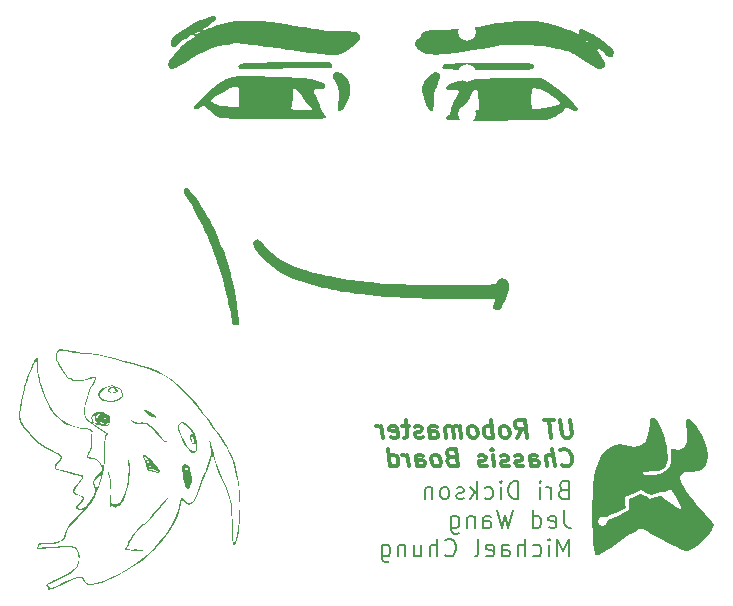
<source format=gbo>
%TF.GenerationSoftware,KiCad,Pcbnew,7.0.1*%
%TF.CreationDate,2024-03-23T22:37:20-05:00*%
%TF.ProjectId,Chassis,43686173-7369-4732-9e6b-696361645f70,rev?*%
%TF.SameCoordinates,Original*%
%TF.FileFunction,Legend,Bot*%
%TF.FilePolarity,Positive*%
%FSLAX46Y46*%
G04 Gerber Fmt 4.6, Leading zero omitted, Abs format (unit mm)*
G04 Created by KiCad (PCBNEW 7.0.1) date 2024-03-23 22:37:20*
%MOMM*%
%LPD*%
G01*
G04 APERTURE LIST*
G04 Aperture macros list*
%AMRotRect*
0 Rectangle, with rotation*
0 The origin of the aperture is its center*
0 $1 length*
0 $2 width*
0 $3 Rotation angle, in degrees counterclockwise*
0 Add horizontal line*
21,1,$1,$2,0,0,$3*%
G04 Aperture macros list end*
%ADD10C,0.187500*%
%ADD11C,0.300000*%
%ADD12R,3.800000X3.800000*%
%ADD13C,4.000000*%
%ADD14RotRect,3.800000X3.800000X315.000000*%
%ADD15RotRect,3.800000X3.800000X135.000000*%
%ADD16C,3.200000*%
%ADD17R,1.520000X1.520000*%
%ADD18C,1.520000*%
%ADD19RotRect,3.800000X3.800000X45.000000*%
%ADD20RotRect,3.800000X3.800000X225.000000*%
G04 APERTURE END LIST*
D10*
X103642857Y-95035714D02*
X103428571Y-95107142D01*
X103428571Y-95107142D02*
X103357142Y-95178571D01*
X103357142Y-95178571D02*
X103285714Y-95321428D01*
X103285714Y-95321428D02*
X103285714Y-95535714D01*
X103285714Y-95535714D02*
X103357142Y-95678571D01*
X103357142Y-95678571D02*
X103428571Y-95750000D01*
X103428571Y-95750000D02*
X103571428Y-95821428D01*
X103571428Y-95821428D02*
X104142857Y-95821428D01*
X104142857Y-95821428D02*
X104142857Y-94321428D01*
X104142857Y-94321428D02*
X103642857Y-94321428D01*
X103642857Y-94321428D02*
X103500000Y-94392857D01*
X103500000Y-94392857D02*
X103428571Y-94464285D01*
X103428571Y-94464285D02*
X103357142Y-94607142D01*
X103357142Y-94607142D02*
X103357142Y-94750000D01*
X103357142Y-94750000D02*
X103428571Y-94892857D01*
X103428571Y-94892857D02*
X103500000Y-94964285D01*
X103500000Y-94964285D02*
X103642857Y-95035714D01*
X103642857Y-95035714D02*
X104142857Y-95035714D01*
X102642857Y-95821428D02*
X102642857Y-94821428D01*
X102642857Y-95107142D02*
X102571428Y-94964285D01*
X102571428Y-94964285D02*
X102500000Y-94892857D01*
X102500000Y-94892857D02*
X102357142Y-94821428D01*
X102357142Y-94821428D02*
X102214285Y-94821428D01*
X101714286Y-95821428D02*
X101714286Y-94821428D01*
X101714286Y-94321428D02*
X101785714Y-94392857D01*
X101785714Y-94392857D02*
X101714286Y-94464285D01*
X101714286Y-94464285D02*
X101642857Y-94392857D01*
X101642857Y-94392857D02*
X101714286Y-94321428D01*
X101714286Y-94321428D02*
X101714286Y-94464285D01*
X99857143Y-95821428D02*
X99857143Y-94321428D01*
X99857143Y-94321428D02*
X99500000Y-94321428D01*
X99500000Y-94321428D02*
X99285714Y-94392857D01*
X99285714Y-94392857D02*
X99142857Y-94535714D01*
X99142857Y-94535714D02*
X99071428Y-94678571D01*
X99071428Y-94678571D02*
X99000000Y-94964285D01*
X99000000Y-94964285D02*
X99000000Y-95178571D01*
X99000000Y-95178571D02*
X99071428Y-95464285D01*
X99071428Y-95464285D02*
X99142857Y-95607142D01*
X99142857Y-95607142D02*
X99285714Y-95750000D01*
X99285714Y-95750000D02*
X99500000Y-95821428D01*
X99500000Y-95821428D02*
X99857143Y-95821428D01*
X98357143Y-95821428D02*
X98357143Y-94821428D01*
X98357143Y-94321428D02*
X98428571Y-94392857D01*
X98428571Y-94392857D02*
X98357143Y-94464285D01*
X98357143Y-94464285D02*
X98285714Y-94392857D01*
X98285714Y-94392857D02*
X98357143Y-94321428D01*
X98357143Y-94321428D02*
X98357143Y-94464285D01*
X97000000Y-95750000D02*
X97142857Y-95821428D01*
X97142857Y-95821428D02*
X97428571Y-95821428D01*
X97428571Y-95821428D02*
X97571428Y-95750000D01*
X97571428Y-95750000D02*
X97642857Y-95678571D01*
X97642857Y-95678571D02*
X97714285Y-95535714D01*
X97714285Y-95535714D02*
X97714285Y-95107142D01*
X97714285Y-95107142D02*
X97642857Y-94964285D01*
X97642857Y-94964285D02*
X97571428Y-94892857D01*
X97571428Y-94892857D02*
X97428571Y-94821428D01*
X97428571Y-94821428D02*
X97142857Y-94821428D01*
X97142857Y-94821428D02*
X97000000Y-94892857D01*
X96357143Y-95821428D02*
X96357143Y-94321428D01*
X96214286Y-95250000D02*
X95785714Y-95821428D01*
X95785714Y-94821428D02*
X96357143Y-95392857D01*
X95214285Y-95750000D02*
X95071428Y-95821428D01*
X95071428Y-95821428D02*
X94785714Y-95821428D01*
X94785714Y-95821428D02*
X94642857Y-95750000D01*
X94642857Y-95750000D02*
X94571428Y-95607142D01*
X94571428Y-95607142D02*
X94571428Y-95535714D01*
X94571428Y-95535714D02*
X94642857Y-95392857D01*
X94642857Y-95392857D02*
X94785714Y-95321428D01*
X94785714Y-95321428D02*
X95000000Y-95321428D01*
X95000000Y-95321428D02*
X95142857Y-95250000D01*
X95142857Y-95250000D02*
X95214285Y-95107142D01*
X95214285Y-95107142D02*
X95214285Y-95035714D01*
X95214285Y-95035714D02*
X95142857Y-94892857D01*
X95142857Y-94892857D02*
X95000000Y-94821428D01*
X95000000Y-94821428D02*
X94785714Y-94821428D01*
X94785714Y-94821428D02*
X94642857Y-94892857D01*
X93714285Y-95821428D02*
X93857142Y-95750000D01*
X93857142Y-95750000D02*
X93928571Y-95678571D01*
X93928571Y-95678571D02*
X93999999Y-95535714D01*
X93999999Y-95535714D02*
X93999999Y-95107142D01*
X93999999Y-95107142D02*
X93928571Y-94964285D01*
X93928571Y-94964285D02*
X93857142Y-94892857D01*
X93857142Y-94892857D02*
X93714285Y-94821428D01*
X93714285Y-94821428D02*
X93499999Y-94821428D01*
X93499999Y-94821428D02*
X93357142Y-94892857D01*
X93357142Y-94892857D02*
X93285714Y-94964285D01*
X93285714Y-94964285D02*
X93214285Y-95107142D01*
X93214285Y-95107142D02*
X93214285Y-95535714D01*
X93214285Y-95535714D02*
X93285714Y-95678571D01*
X93285714Y-95678571D02*
X93357142Y-95750000D01*
X93357142Y-95750000D02*
X93499999Y-95821428D01*
X93499999Y-95821428D02*
X93714285Y-95821428D01*
X92571428Y-94821428D02*
X92571428Y-95821428D01*
X92571428Y-94964285D02*
X92499999Y-94892857D01*
X92499999Y-94892857D02*
X92357142Y-94821428D01*
X92357142Y-94821428D02*
X92142856Y-94821428D01*
X92142856Y-94821428D02*
X91999999Y-94892857D01*
X91999999Y-94892857D02*
X91928571Y-95035714D01*
X91928571Y-95035714D02*
X91928571Y-95821428D01*
X103714285Y-96751428D02*
X103714285Y-97822857D01*
X103714285Y-97822857D02*
X103785714Y-98037142D01*
X103785714Y-98037142D02*
X103928571Y-98180000D01*
X103928571Y-98180000D02*
X104142857Y-98251428D01*
X104142857Y-98251428D02*
X104285714Y-98251428D01*
X102428571Y-98180000D02*
X102571428Y-98251428D01*
X102571428Y-98251428D02*
X102857143Y-98251428D01*
X102857143Y-98251428D02*
X103000000Y-98180000D01*
X103000000Y-98180000D02*
X103071428Y-98037142D01*
X103071428Y-98037142D02*
X103071428Y-97465714D01*
X103071428Y-97465714D02*
X103000000Y-97322857D01*
X103000000Y-97322857D02*
X102857143Y-97251428D01*
X102857143Y-97251428D02*
X102571428Y-97251428D01*
X102571428Y-97251428D02*
X102428571Y-97322857D01*
X102428571Y-97322857D02*
X102357143Y-97465714D01*
X102357143Y-97465714D02*
X102357143Y-97608571D01*
X102357143Y-97608571D02*
X103071428Y-97751428D01*
X101071429Y-98251428D02*
X101071429Y-96751428D01*
X101071429Y-98180000D02*
X101214286Y-98251428D01*
X101214286Y-98251428D02*
X101500000Y-98251428D01*
X101500000Y-98251428D02*
X101642857Y-98180000D01*
X101642857Y-98180000D02*
X101714286Y-98108571D01*
X101714286Y-98108571D02*
X101785714Y-97965714D01*
X101785714Y-97965714D02*
X101785714Y-97537142D01*
X101785714Y-97537142D02*
X101714286Y-97394285D01*
X101714286Y-97394285D02*
X101642857Y-97322857D01*
X101642857Y-97322857D02*
X101500000Y-97251428D01*
X101500000Y-97251428D02*
X101214286Y-97251428D01*
X101214286Y-97251428D02*
X101071429Y-97322857D01*
X99357143Y-96751428D02*
X99000000Y-98251428D01*
X99000000Y-98251428D02*
X98714286Y-97180000D01*
X98714286Y-97180000D02*
X98428571Y-98251428D01*
X98428571Y-98251428D02*
X98071429Y-96751428D01*
X96857143Y-98251428D02*
X96857143Y-97465714D01*
X96857143Y-97465714D02*
X96928571Y-97322857D01*
X96928571Y-97322857D02*
X97071428Y-97251428D01*
X97071428Y-97251428D02*
X97357143Y-97251428D01*
X97357143Y-97251428D02*
X97500000Y-97322857D01*
X96857143Y-98180000D02*
X97000000Y-98251428D01*
X97000000Y-98251428D02*
X97357143Y-98251428D01*
X97357143Y-98251428D02*
X97500000Y-98180000D01*
X97500000Y-98180000D02*
X97571428Y-98037142D01*
X97571428Y-98037142D02*
X97571428Y-97894285D01*
X97571428Y-97894285D02*
X97500000Y-97751428D01*
X97500000Y-97751428D02*
X97357143Y-97680000D01*
X97357143Y-97680000D02*
X97000000Y-97680000D01*
X97000000Y-97680000D02*
X96857143Y-97608571D01*
X96142857Y-97251428D02*
X96142857Y-98251428D01*
X96142857Y-97394285D02*
X96071428Y-97322857D01*
X96071428Y-97322857D02*
X95928571Y-97251428D01*
X95928571Y-97251428D02*
X95714285Y-97251428D01*
X95714285Y-97251428D02*
X95571428Y-97322857D01*
X95571428Y-97322857D02*
X95500000Y-97465714D01*
X95500000Y-97465714D02*
X95500000Y-98251428D01*
X94142857Y-97251428D02*
X94142857Y-98465714D01*
X94142857Y-98465714D02*
X94214285Y-98608571D01*
X94214285Y-98608571D02*
X94285714Y-98680000D01*
X94285714Y-98680000D02*
X94428571Y-98751428D01*
X94428571Y-98751428D02*
X94642857Y-98751428D01*
X94642857Y-98751428D02*
X94785714Y-98680000D01*
X94142857Y-98180000D02*
X94285714Y-98251428D01*
X94285714Y-98251428D02*
X94571428Y-98251428D01*
X94571428Y-98251428D02*
X94714285Y-98180000D01*
X94714285Y-98180000D02*
X94785714Y-98108571D01*
X94785714Y-98108571D02*
X94857142Y-97965714D01*
X94857142Y-97965714D02*
X94857142Y-97537142D01*
X94857142Y-97537142D02*
X94785714Y-97394285D01*
X94785714Y-97394285D02*
X94714285Y-97322857D01*
X94714285Y-97322857D02*
X94571428Y-97251428D01*
X94571428Y-97251428D02*
X94285714Y-97251428D01*
X94285714Y-97251428D02*
X94142857Y-97322857D01*
X104142857Y-100681428D02*
X104142857Y-99181428D01*
X104142857Y-99181428D02*
X103642857Y-100252857D01*
X103642857Y-100252857D02*
X103142857Y-99181428D01*
X103142857Y-99181428D02*
X103142857Y-100681428D01*
X102428571Y-100681428D02*
X102428571Y-99681428D01*
X102428571Y-99181428D02*
X102499999Y-99252857D01*
X102499999Y-99252857D02*
X102428571Y-99324285D01*
X102428571Y-99324285D02*
X102357142Y-99252857D01*
X102357142Y-99252857D02*
X102428571Y-99181428D01*
X102428571Y-99181428D02*
X102428571Y-99324285D01*
X101071428Y-100610000D02*
X101214285Y-100681428D01*
X101214285Y-100681428D02*
X101499999Y-100681428D01*
X101499999Y-100681428D02*
X101642856Y-100610000D01*
X101642856Y-100610000D02*
X101714285Y-100538571D01*
X101714285Y-100538571D02*
X101785713Y-100395714D01*
X101785713Y-100395714D02*
X101785713Y-99967142D01*
X101785713Y-99967142D02*
X101714285Y-99824285D01*
X101714285Y-99824285D02*
X101642856Y-99752857D01*
X101642856Y-99752857D02*
X101499999Y-99681428D01*
X101499999Y-99681428D02*
X101214285Y-99681428D01*
X101214285Y-99681428D02*
X101071428Y-99752857D01*
X100428571Y-100681428D02*
X100428571Y-99181428D01*
X99785714Y-100681428D02*
X99785714Y-99895714D01*
X99785714Y-99895714D02*
X99857142Y-99752857D01*
X99857142Y-99752857D02*
X99999999Y-99681428D01*
X99999999Y-99681428D02*
X100214285Y-99681428D01*
X100214285Y-99681428D02*
X100357142Y-99752857D01*
X100357142Y-99752857D02*
X100428571Y-99824285D01*
X98428571Y-100681428D02*
X98428571Y-99895714D01*
X98428571Y-99895714D02*
X98499999Y-99752857D01*
X98499999Y-99752857D02*
X98642856Y-99681428D01*
X98642856Y-99681428D02*
X98928571Y-99681428D01*
X98928571Y-99681428D02*
X99071428Y-99752857D01*
X98428571Y-100610000D02*
X98571428Y-100681428D01*
X98571428Y-100681428D02*
X98928571Y-100681428D01*
X98928571Y-100681428D02*
X99071428Y-100610000D01*
X99071428Y-100610000D02*
X99142856Y-100467142D01*
X99142856Y-100467142D02*
X99142856Y-100324285D01*
X99142856Y-100324285D02*
X99071428Y-100181428D01*
X99071428Y-100181428D02*
X98928571Y-100110000D01*
X98928571Y-100110000D02*
X98571428Y-100110000D01*
X98571428Y-100110000D02*
X98428571Y-100038571D01*
X97142856Y-100610000D02*
X97285713Y-100681428D01*
X97285713Y-100681428D02*
X97571428Y-100681428D01*
X97571428Y-100681428D02*
X97714285Y-100610000D01*
X97714285Y-100610000D02*
X97785713Y-100467142D01*
X97785713Y-100467142D02*
X97785713Y-99895714D01*
X97785713Y-99895714D02*
X97714285Y-99752857D01*
X97714285Y-99752857D02*
X97571428Y-99681428D01*
X97571428Y-99681428D02*
X97285713Y-99681428D01*
X97285713Y-99681428D02*
X97142856Y-99752857D01*
X97142856Y-99752857D02*
X97071428Y-99895714D01*
X97071428Y-99895714D02*
X97071428Y-100038571D01*
X97071428Y-100038571D02*
X97785713Y-100181428D01*
X96214285Y-100681428D02*
X96357142Y-100610000D01*
X96357142Y-100610000D02*
X96428571Y-100467142D01*
X96428571Y-100467142D02*
X96428571Y-99181428D01*
X93642857Y-100538571D02*
X93714285Y-100610000D01*
X93714285Y-100610000D02*
X93928571Y-100681428D01*
X93928571Y-100681428D02*
X94071428Y-100681428D01*
X94071428Y-100681428D02*
X94285714Y-100610000D01*
X94285714Y-100610000D02*
X94428571Y-100467142D01*
X94428571Y-100467142D02*
X94500000Y-100324285D01*
X94500000Y-100324285D02*
X94571428Y-100038571D01*
X94571428Y-100038571D02*
X94571428Y-99824285D01*
X94571428Y-99824285D02*
X94500000Y-99538571D01*
X94500000Y-99538571D02*
X94428571Y-99395714D01*
X94428571Y-99395714D02*
X94285714Y-99252857D01*
X94285714Y-99252857D02*
X94071428Y-99181428D01*
X94071428Y-99181428D02*
X93928571Y-99181428D01*
X93928571Y-99181428D02*
X93714285Y-99252857D01*
X93714285Y-99252857D02*
X93642857Y-99324285D01*
X93000000Y-100681428D02*
X93000000Y-99181428D01*
X92357143Y-100681428D02*
X92357143Y-99895714D01*
X92357143Y-99895714D02*
X92428571Y-99752857D01*
X92428571Y-99752857D02*
X92571428Y-99681428D01*
X92571428Y-99681428D02*
X92785714Y-99681428D01*
X92785714Y-99681428D02*
X92928571Y-99752857D01*
X92928571Y-99752857D02*
X93000000Y-99824285D01*
X91000000Y-99681428D02*
X91000000Y-100681428D01*
X91642857Y-99681428D02*
X91642857Y-100467142D01*
X91642857Y-100467142D02*
X91571428Y-100610000D01*
X91571428Y-100610000D02*
X91428571Y-100681428D01*
X91428571Y-100681428D02*
X91214285Y-100681428D01*
X91214285Y-100681428D02*
X91071428Y-100610000D01*
X91071428Y-100610000D02*
X91000000Y-100538571D01*
X90285714Y-99681428D02*
X90285714Y-100681428D01*
X90285714Y-99824285D02*
X90214285Y-99752857D01*
X90214285Y-99752857D02*
X90071428Y-99681428D01*
X90071428Y-99681428D02*
X89857142Y-99681428D01*
X89857142Y-99681428D02*
X89714285Y-99752857D01*
X89714285Y-99752857D02*
X89642857Y-99895714D01*
X89642857Y-99895714D02*
X89642857Y-100681428D01*
X88285714Y-99681428D02*
X88285714Y-100895714D01*
X88285714Y-100895714D02*
X88357142Y-101038571D01*
X88357142Y-101038571D02*
X88428571Y-101110000D01*
X88428571Y-101110000D02*
X88571428Y-101181428D01*
X88571428Y-101181428D02*
X88785714Y-101181428D01*
X88785714Y-101181428D02*
X88928571Y-101110000D01*
X88285714Y-100610000D02*
X88428571Y-100681428D01*
X88428571Y-100681428D02*
X88714285Y-100681428D01*
X88714285Y-100681428D02*
X88857142Y-100610000D01*
X88857142Y-100610000D02*
X88928571Y-100538571D01*
X88928571Y-100538571D02*
X88999999Y-100395714D01*
X88999999Y-100395714D02*
X88999999Y-99967142D01*
X88999999Y-99967142D02*
X88928571Y-99824285D01*
X88928571Y-99824285D02*
X88857142Y-99752857D01*
X88857142Y-99752857D02*
X88714285Y-99681428D01*
X88714285Y-99681428D02*
X88428571Y-99681428D01*
X88428571Y-99681428D02*
X88285714Y-99752857D01*
D11*
X104214285Y-89136428D02*
X104366071Y-90350714D01*
X104366071Y-90350714D02*
X104312500Y-90493571D01*
X104312500Y-90493571D02*
X104250000Y-90565000D01*
X104250000Y-90565000D02*
X104116071Y-90636428D01*
X104116071Y-90636428D02*
X103830357Y-90636428D01*
X103830357Y-90636428D02*
X103678571Y-90565000D01*
X103678571Y-90565000D02*
X103598214Y-90493571D01*
X103598214Y-90493571D02*
X103508928Y-90350714D01*
X103508928Y-90350714D02*
X103357142Y-89136428D01*
X102866071Y-89136428D02*
X102008928Y-89136428D01*
X102625000Y-90636428D02*
X102437500Y-89136428D01*
X99705356Y-90636428D02*
X100116071Y-89922142D01*
X100562499Y-90636428D02*
X100374999Y-89136428D01*
X100374999Y-89136428D02*
X99803571Y-89136428D01*
X99803571Y-89136428D02*
X99669642Y-89207857D01*
X99669642Y-89207857D02*
X99607142Y-89279285D01*
X99607142Y-89279285D02*
X99553571Y-89422142D01*
X99553571Y-89422142D02*
X99580356Y-89636428D01*
X99580356Y-89636428D02*
X99669642Y-89779285D01*
X99669642Y-89779285D02*
X99749999Y-89850714D01*
X99749999Y-89850714D02*
X99901785Y-89922142D01*
X99901785Y-89922142D02*
X100473214Y-89922142D01*
X98857143Y-90636428D02*
X98991071Y-90565000D01*
X98991071Y-90565000D02*
X99053571Y-90493571D01*
X99053571Y-90493571D02*
X99107143Y-90350714D01*
X99107143Y-90350714D02*
X99053571Y-89922142D01*
X99053571Y-89922142D02*
X98964285Y-89779285D01*
X98964285Y-89779285D02*
X98883928Y-89707857D01*
X98883928Y-89707857D02*
X98732143Y-89636428D01*
X98732143Y-89636428D02*
X98517857Y-89636428D01*
X98517857Y-89636428D02*
X98383928Y-89707857D01*
X98383928Y-89707857D02*
X98321428Y-89779285D01*
X98321428Y-89779285D02*
X98267857Y-89922142D01*
X98267857Y-89922142D02*
X98321428Y-90350714D01*
X98321428Y-90350714D02*
X98410714Y-90493571D01*
X98410714Y-90493571D02*
X98491071Y-90565000D01*
X98491071Y-90565000D02*
X98642857Y-90636428D01*
X98642857Y-90636428D02*
X98857143Y-90636428D01*
X97723214Y-90636428D02*
X97535714Y-89136428D01*
X97607143Y-89707857D02*
X97455357Y-89636428D01*
X97455357Y-89636428D02*
X97169643Y-89636428D01*
X97169643Y-89636428D02*
X97035714Y-89707857D01*
X97035714Y-89707857D02*
X96973214Y-89779285D01*
X96973214Y-89779285D02*
X96919643Y-89922142D01*
X96919643Y-89922142D02*
X96973214Y-90350714D01*
X96973214Y-90350714D02*
X97062500Y-90493571D01*
X97062500Y-90493571D02*
X97142857Y-90565000D01*
X97142857Y-90565000D02*
X97294643Y-90636428D01*
X97294643Y-90636428D02*
X97580357Y-90636428D01*
X97580357Y-90636428D02*
X97714286Y-90565000D01*
X96160715Y-90636428D02*
X96294643Y-90565000D01*
X96294643Y-90565000D02*
X96357143Y-90493571D01*
X96357143Y-90493571D02*
X96410715Y-90350714D01*
X96410715Y-90350714D02*
X96357143Y-89922142D01*
X96357143Y-89922142D02*
X96267857Y-89779285D01*
X96267857Y-89779285D02*
X96187500Y-89707857D01*
X96187500Y-89707857D02*
X96035715Y-89636428D01*
X96035715Y-89636428D02*
X95821429Y-89636428D01*
X95821429Y-89636428D02*
X95687500Y-89707857D01*
X95687500Y-89707857D02*
X95625000Y-89779285D01*
X95625000Y-89779285D02*
X95571429Y-89922142D01*
X95571429Y-89922142D02*
X95625000Y-90350714D01*
X95625000Y-90350714D02*
X95714286Y-90493571D01*
X95714286Y-90493571D02*
X95794643Y-90565000D01*
X95794643Y-90565000D02*
X95946429Y-90636428D01*
X95946429Y-90636428D02*
X96160715Y-90636428D01*
X95026786Y-90636428D02*
X94901786Y-89636428D01*
X94919643Y-89779285D02*
X94839286Y-89707857D01*
X94839286Y-89707857D02*
X94687501Y-89636428D01*
X94687501Y-89636428D02*
X94473215Y-89636428D01*
X94473215Y-89636428D02*
X94339286Y-89707857D01*
X94339286Y-89707857D02*
X94285715Y-89850714D01*
X94285715Y-89850714D02*
X94383929Y-90636428D01*
X94285715Y-89850714D02*
X94196429Y-89707857D01*
X94196429Y-89707857D02*
X94044643Y-89636428D01*
X94044643Y-89636428D02*
X93830358Y-89636428D01*
X93830358Y-89636428D02*
X93696429Y-89707857D01*
X93696429Y-89707857D02*
X93642858Y-89850714D01*
X93642858Y-89850714D02*
X93741072Y-90636428D01*
X92392858Y-90636428D02*
X92294644Y-89850714D01*
X92294644Y-89850714D02*
X92348215Y-89707857D01*
X92348215Y-89707857D02*
X92482144Y-89636428D01*
X92482144Y-89636428D02*
X92767858Y-89636428D01*
X92767858Y-89636428D02*
X92919644Y-89707857D01*
X92383930Y-90565000D02*
X92535715Y-90636428D01*
X92535715Y-90636428D02*
X92892858Y-90636428D01*
X92892858Y-90636428D02*
X93026787Y-90565000D01*
X93026787Y-90565000D02*
X93080358Y-90422142D01*
X93080358Y-90422142D02*
X93062501Y-90279285D01*
X93062501Y-90279285D02*
X92973215Y-90136428D01*
X92973215Y-90136428D02*
X92821430Y-90065000D01*
X92821430Y-90065000D02*
X92464287Y-90065000D01*
X92464287Y-90065000D02*
X92312501Y-89993571D01*
X91750001Y-90565000D02*
X91616073Y-90636428D01*
X91616073Y-90636428D02*
X91330358Y-90636428D01*
X91330358Y-90636428D02*
X91178573Y-90565000D01*
X91178573Y-90565000D02*
X91089287Y-90422142D01*
X91089287Y-90422142D02*
X91080358Y-90350714D01*
X91080358Y-90350714D02*
X91133930Y-90207857D01*
X91133930Y-90207857D02*
X91267858Y-90136428D01*
X91267858Y-90136428D02*
X91482144Y-90136428D01*
X91482144Y-90136428D02*
X91616073Y-90065000D01*
X91616073Y-90065000D02*
X91669644Y-89922142D01*
X91669644Y-89922142D02*
X91660716Y-89850714D01*
X91660716Y-89850714D02*
X91571430Y-89707857D01*
X91571430Y-89707857D02*
X91419644Y-89636428D01*
X91419644Y-89636428D02*
X91205358Y-89636428D01*
X91205358Y-89636428D02*
X91071430Y-89707857D01*
X90571430Y-89636428D02*
X90000001Y-89636428D01*
X90294644Y-89136428D02*
X90455359Y-90422142D01*
X90455359Y-90422142D02*
X90401787Y-90565000D01*
X90401787Y-90565000D02*
X90267859Y-90636428D01*
X90267859Y-90636428D02*
X90125001Y-90636428D01*
X89053573Y-90565000D02*
X89205359Y-90636428D01*
X89205359Y-90636428D02*
X89491073Y-90636428D01*
X89491073Y-90636428D02*
X89625002Y-90565000D01*
X89625002Y-90565000D02*
X89678573Y-90422142D01*
X89678573Y-90422142D02*
X89607145Y-89850714D01*
X89607145Y-89850714D02*
X89517859Y-89707857D01*
X89517859Y-89707857D02*
X89366073Y-89636428D01*
X89366073Y-89636428D02*
X89080359Y-89636428D01*
X89080359Y-89636428D02*
X88946430Y-89707857D01*
X88946430Y-89707857D02*
X88892859Y-89850714D01*
X88892859Y-89850714D02*
X88910716Y-89993571D01*
X88910716Y-89993571D02*
X89642859Y-90136428D01*
X88357144Y-90636428D02*
X88232144Y-89636428D01*
X88267859Y-89922142D02*
X88178573Y-89779285D01*
X88178573Y-89779285D02*
X88098216Y-89707857D01*
X88098216Y-89707857D02*
X87946430Y-89636428D01*
X87946430Y-89636428D02*
X87803573Y-89636428D01*
X103526785Y-92923571D02*
X103607142Y-92995000D01*
X103607142Y-92995000D02*
X103830357Y-93066428D01*
X103830357Y-93066428D02*
X103973214Y-93066428D01*
X103973214Y-93066428D02*
X104178571Y-92995000D01*
X104178571Y-92995000D02*
X104303571Y-92852142D01*
X104303571Y-92852142D02*
X104357142Y-92709285D01*
X104357142Y-92709285D02*
X104392857Y-92423571D01*
X104392857Y-92423571D02*
X104366071Y-92209285D01*
X104366071Y-92209285D02*
X104258928Y-91923571D01*
X104258928Y-91923571D02*
X104169642Y-91780714D01*
X104169642Y-91780714D02*
X104008928Y-91637857D01*
X104008928Y-91637857D02*
X103785714Y-91566428D01*
X103785714Y-91566428D02*
X103642857Y-91566428D01*
X103642857Y-91566428D02*
X103437500Y-91637857D01*
X103437500Y-91637857D02*
X103375000Y-91709285D01*
X102910714Y-93066428D02*
X102723214Y-91566428D01*
X102267857Y-93066428D02*
X102169643Y-92280714D01*
X102169643Y-92280714D02*
X102223214Y-92137857D01*
X102223214Y-92137857D02*
X102357143Y-92066428D01*
X102357143Y-92066428D02*
X102571429Y-92066428D01*
X102571429Y-92066428D02*
X102723214Y-92137857D01*
X102723214Y-92137857D02*
X102803571Y-92209285D01*
X100919643Y-93066428D02*
X100821429Y-92280714D01*
X100821429Y-92280714D02*
X100875000Y-92137857D01*
X100875000Y-92137857D02*
X101008929Y-92066428D01*
X101008929Y-92066428D02*
X101294643Y-92066428D01*
X101294643Y-92066428D02*
X101446429Y-92137857D01*
X100910715Y-92995000D02*
X101062500Y-93066428D01*
X101062500Y-93066428D02*
X101419643Y-93066428D01*
X101419643Y-93066428D02*
X101553572Y-92995000D01*
X101553572Y-92995000D02*
X101607143Y-92852142D01*
X101607143Y-92852142D02*
X101589286Y-92709285D01*
X101589286Y-92709285D02*
X101500000Y-92566428D01*
X101500000Y-92566428D02*
X101348215Y-92495000D01*
X101348215Y-92495000D02*
X100991072Y-92495000D01*
X100991072Y-92495000D02*
X100839286Y-92423571D01*
X100276786Y-92995000D02*
X100142858Y-93066428D01*
X100142858Y-93066428D02*
X99857143Y-93066428D01*
X99857143Y-93066428D02*
X99705358Y-92995000D01*
X99705358Y-92995000D02*
X99616072Y-92852142D01*
X99616072Y-92852142D02*
X99607143Y-92780714D01*
X99607143Y-92780714D02*
X99660715Y-92637857D01*
X99660715Y-92637857D02*
X99794643Y-92566428D01*
X99794643Y-92566428D02*
X100008929Y-92566428D01*
X100008929Y-92566428D02*
X100142858Y-92495000D01*
X100142858Y-92495000D02*
X100196429Y-92352142D01*
X100196429Y-92352142D02*
X100187501Y-92280714D01*
X100187501Y-92280714D02*
X100098215Y-92137857D01*
X100098215Y-92137857D02*
X99946429Y-92066428D01*
X99946429Y-92066428D02*
X99732143Y-92066428D01*
X99732143Y-92066428D02*
X99598215Y-92137857D01*
X99071429Y-92995000D02*
X98937501Y-93066428D01*
X98937501Y-93066428D02*
X98651786Y-93066428D01*
X98651786Y-93066428D02*
X98500001Y-92995000D01*
X98500001Y-92995000D02*
X98410715Y-92852142D01*
X98410715Y-92852142D02*
X98401786Y-92780714D01*
X98401786Y-92780714D02*
X98455358Y-92637857D01*
X98455358Y-92637857D02*
X98589286Y-92566428D01*
X98589286Y-92566428D02*
X98803572Y-92566428D01*
X98803572Y-92566428D02*
X98937501Y-92495000D01*
X98937501Y-92495000D02*
X98991072Y-92352142D01*
X98991072Y-92352142D02*
X98982144Y-92280714D01*
X98982144Y-92280714D02*
X98892858Y-92137857D01*
X98892858Y-92137857D02*
X98741072Y-92066428D01*
X98741072Y-92066428D02*
X98526786Y-92066428D01*
X98526786Y-92066428D02*
X98392858Y-92137857D01*
X97803572Y-93066428D02*
X97678572Y-92066428D01*
X97616072Y-91566428D02*
X97696429Y-91637857D01*
X97696429Y-91637857D02*
X97633929Y-91709285D01*
X97633929Y-91709285D02*
X97553572Y-91637857D01*
X97553572Y-91637857D02*
X97616072Y-91566428D01*
X97616072Y-91566428D02*
X97633929Y-91709285D01*
X97160715Y-92995000D02*
X97026787Y-93066428D01*
X97026787Y-93066428D02*
X96741072Y-93066428D01*
X96741072Y-93066428D02*
X96589287Y-92995000D01*
X96589287Y-92995000D02*
X96500001Y-92852142D01*
X96500001Y-92852142D02*
X96491072Y-92780714D01*
X96491072Y-92780714D02*
X96544644Y-92637857D01*
X96544644Y-92637857D02*
X96678572Y-92566428D01*
X96678572Y-92566428D02*
X96892858Y-92566428D01*
X96892858Y-92566428D02*
X97026787Y-92495000D01*
X97026787Y-92495000D02*
X97080358Y-92352142D01*
X97080358Y-92352142D02*
X97071430Y-92280714D01*
X97071430Y-92280714D02*
X96982144Y-92137857D01*
X96982144Y-92137857D02*
X96830358Y-92066428D01*
X96830358Y-92066428D02*
X96616072Y-92066428D01*
X96616072Y-92066428D02*
X96482144Y-92137857D01*
X94151787Y-92280714D02*
X93946430Y-92352142D01*
X93946430Y-92352142D02*
X93883930Y-92423571D01*
X93883930Y-92423571D02*
X93830358Y-92566428D01*
X93830358Y-92566428D02*
X93857144Y-92780714D01*
X93857144Y-92780714D02*
X93946430Y-92923571D01*
X93946430Y-92923571D02*
X94026787Y-92995000D01*
X94026787Y-92995000D02*
X94178573Y-93066428D01*
X94178573Y-93066428D02*
X94750001Y-93066428D01*
X94750001Y-93066428D02*
X94562501Y-91566428D01*
X94562501Y-91566428D02*
X94062501Y-91566428D01*
X94062501Y-91566428D02*
X93928573Y-91637857D01*
X93928573Y-91637857D02*
X93866073Y-91709285D01*
X93866073Y-91709285D02*
X93812501Y-91852142D01*
X93812501Y-91852142D02*
X93830358Y-91995000D01*
X93830358Y-91995000D02*
X93919644Y-92137857D01*
X93919644Y-92137857D02*
X94000001Y-92209285D01*
X94000001Y-92209285D02*
X94151787Y-92280714D01*
X94151787Y-92280714D02*
X94651787Y-92280714D01*
X93044645Y-93066428D02*
X93178573Y-92995000D01*
X93178573Y-92995000D02*
X93241073Y-92923571D01*
X93241073Y-92923571D02*
X93294645Y-92780714D01*
X93294645Y-92780714D02*
X93241073Y-92352142D01*
X93241073Y-92352142D02*
X93151787Y-92209285D01*
X93151787Y-92209285D02*
X93071430Y-92137857D01*
X93071430Y-92137857D02*
X92919645Y-92066428D01*
X92919645Y-92066428D02*
X92705359Y-92066428D01*
X92705359Y-92066428D02*
X92571430Y-92137857D01*
X92571430Y-92137857D02*
X92508930Y-92209285D01*
X92508930Y-92209285D02*
X92455359Y-92352142D01*
X92455359Y-92352142D02*
X92508930Y-92780714D01*
X92508930Y-92780714D02*
X92598216Y-92923571D01*
X92598216Y-92923571D02*
X92678573Y-92995000D01*
X92678573Y-92995000D02*
X92830359Y-93066428D01*
X92830359Y-93066428D02*
X93044645Y-93066428D01*
X91267859Y-93066428D02*
X91169645Y-92280714D01*
X91169645Y-92280714D02*
X91223216Y-92137857D01*
X91223216Y-92137857D02*
X91357145Y-92066428D01*
X91357145Y-92066428D02*
X91642859Y-92066428D01*
X91642859Y-92066428D02*
X91794645Y-92137857D01*
X91258931Y-92995000D02*
X91410716Y-93066428D01*
X91410716Y-93066428D02*
X91767859Y-93066428D01*
X91767859Y-93066428D02*
X91901788Y-92995000D01*
X91901788Y-92995000D02*
X91955359Y-92852142D01*
X91955359Y-92852142D02*
X91937502Y-92709285D01*
X91937502Y-92709285D02*
X91848216Y-92566428D01*
X91848216Y-92566428D02*
X91696431Y-92495000D01*
X91696431Y-92495000D02*
X91339288Y-92495000D01*
X91339288Y-92495000D02*
X91187502Y-92423571D01*
X90562502Y-93066428D02*
X90437502Y-92066428D01*
X90473217Y-92352142D02*
X90383931Y-92209285D01*
X90383931Y-92209285D02*
X90303574Y-92137857D01*
X90303574Y-92137857D02*
X90151788Y-92066428D01*
X90151788Y-92066428D02*
X90008931Y-92066428D01*
X89000002Y-93066428D02*
X88812502Y-91566428D01*
X88991074Y-92995000D02*
X89142859Y-93066428D01*
X89142859Y-93066428D02*
X89428574Y-93066428D01*
X89428574Y-93066428D02*
X89562502Y-92995000D01*
X89562502Y-92995000D02*
X89625002Y-92923571D01*
X89625002Y-92923571D02*
X89678574Y-92780714D01*
X89678574Y-92780714D02*
X89625002Y-92352142D01*
X89625002Y-92352142D02*
X89535716Y-92209285D01*
X89535716Y-92209285D02*
X89455359Y-92137857D01*
X89455359Y-92137857D02*
X89303574Y-92066428D01*
X89303574Y-92066428D02*
X89017859Y-92066428D01*
X89017859Y-92066428D02*
X88883931Y-92137857D01*
G36*
X84611736Y-59655261D02*
G01*
X84861830Y-59758273D01*
X85122664Y-59949436D01*
X85169411Y-59992566D01*
X85394978Y-60242469D01*
X85531367Y-60500089D01*
X85607447Y-60817094D01*
X85613173Y-60862100D01*
X85611875Y-61159451D01*
X85560289Y-61504735D01*
X85468627Y-61867760D01*
X85347098Y-62218330D01*
X85205910Y-62526251D01*
X85055275Y-62761330D01*
X84905400Y-62893372D01*
X84771200Y-62948295D01*
X84619775Y-62961109D01*
X84544541Y-62875613D01*
X84541982Y-62685790D01*
X84608580Y-62385621D01*
X84705012Y-61875046D01*
X84705480Y-61379500D01*
X84608807Y-60934578D01*
X84417397Y-60563190D01*
X84294744Y-60387634D01*
X84176955Y-60181873D01*
X84130368Y-60021418D01*
X84142555Y-59875158D01*
X84228952Y-59720152D01*
X84393678Y-59642017D01*
X84611736Y-59655261D01*
G37*
G36*
X93091699Y-59734875D02*
G01*
X93189635Y-59812044D01*
X93240805Y-59922244D01*
X93231992Y-60101639D01*
X93221924Y-60155267D01*
X93160398Y-60364293D01*
X93061360Y-60631962D01*
X92940779Y-60913738D01*
X92888999Y-61027000D01*
X92791609Y-61254470D01*
X92731104Y-61441380D01*
X92698727Y-61631289D01*
X92685723Y-61867755D01*
X92683334Y-62194334D01*
X92683330Y-62206664D01*
X92678476Y-62547498D01*
X92662811Y-62775560D01*
X92633918Y-62910894D01*
X92589379Y-62973544D01*
X92537973Y-62997118D01*
X92422713Y-63003138D01*
X92329053Y-62926113D01*
X92202080Y-62738359D01*
X92068639Y-62474195D01*
X91939789Y-62163247D01*
X91826589Y-61835143D01*
X91740098Y-61519510D01*
X91691374Y-61245973D01*
X91691478Y-61044161D01*
X91754604Y-60802488D01*
X91968178Y-60373649D01*
X92298256Y-59985210D01*
X92520394Y-59795793D01*
X92731043Y-59677212D01*
X92913965Y-59659277D01*
X93091699Y-59734875D01*
G37*
G36*
X83254687Y-58795022D02*
G01*
X83574788Y-58800920D01*
X83791819Y-58810605D01*
X83890686Y-58824354D01*
X84012798Y-58923917D01*
X84050000Y-59099093D01*
X84050000Y-59099782D01*
X84045086Y-59246096D01*
X84033334Y-59315099D01*
X84020674Y-59316352D01*
X83901181Y-59320232D01*
X83665894Y-59325176D01*
X83327210Y-59331002D01*
X82897523Y-59337526D01*
X82389230Y-59344566D01*
X81814726Y-59351940D01*
X81186406Y-59359464D01*
X80516667Y-59366955D01*
X80290014Y-59369427D01*
X79616167Y-59377057D01*
X78977998Y-59384688D01*
X78389457Y-59392128D01*
X77864493Y-59399185D01*
X77417057Y-59405669D01*
X77061097Y-59411385D01*
X76810565Y-59416143D01*
X76679409Y-59419751D01*
X76530894Y-59417968D01*
X76306524Y-59373221D01*
X76165236Y-59288576D01*
X76118881Y-59180873D01*
X76179312Y-59066950D01*
X76358381Y-58963647D01*
X76405620Y-58953625D01*
X76583456Y-58935835D01*
X76869587Y-58917922D01*
X77248915Y-58900165D01*
X77706343Y-58882844D01*
X78226773Y-58866238D01*
X78795108Y-58850627D01*
X79396250Y-58836288D01*
X80015103Y-58823502D01*
X80636569Y-58812547D01*
X81245551Y-58803704D01*
X81826951Y-58797250D01*
X82365672Y-58793466D01*
X82846616Y-58792630D01*
X83254687Y-58795022D01*
G37*
G36*
X99625482Y-58907989D02*
G01*
X100049189Y-58911139D01*
X100390755Y-58916230D01*
X100634937Y-58923384D01*
X100766494Y-58932723D01*
X100771304Y-58933451D01*
X101002919Y-59002056D01*
X101133461Y-59110999D01*
X101152311Y-59243372D01*
X101048851Y-59382269D01*
X101041088Y-59388415D01*
X101001000Y-59414106D01*
X100945929Y-59435643D01*
X100865115Y-59453319D01*
X100747800Y-59467426D01*
X100583225Y-59478259D01*
X100360631Y-59486110D01*
X100069259Y-59491272D01*
X99698351Y-59494039D01*
X99237148Y-59494703D01*
X98674891Y-59493557D01*
X98000822Y-59490896D01*
X97204181Y-59487011D01*
X96891828Y-59485420D01*
X96125219Y-59481310D01*
X95478389Y-59476881D01*
X94941419Y-59471285D01*
X94504387Y-59463673D01*
X94157374Y-59453198D01*
X93890457Y-59439013D01*
X93693717Y-59420268D01*
X93557232Y-59396118D01*
X93471081Y-59365713D01*
X93425344Y-59328205D01*
X93410100Y-59282748D01*
X93415428Y-59228493D01*
X93431408Y-59164593D01*
X93461991Y-59096835D01*
X93573237Y-58990017D01*
X93577664Y-58988487D01*
X93682161Y-58977444D01*
X93902667Y-58966765D01*
X94223939Y-58956570D01*
X94630734Y-58946981D01*
X95107811Y-58938120D01*
X95639927Y-58930108D01*
X96211839Y-58923066D01*
X96808307Y-58917116D01*
X97414086Y-58912379D01*
X98013936Y-58908976D01*
X98592613Y-58907029D01*
X99134876Y-58906660D01*
X99625482Y-58907989D01*
G37*
G36*
X71790550Y-69495419D02*
G01*
X71962321Y-69605138D01*
X72070386Y-69716435D01*
X72283142Y-69970282D01*
X72523941Y-70288494D01*
X72769735Y-70638946D01*
X72997474Y-70989513D01*
X73184111Y-71308070D01*
X73227476Y-71387113D01*
X73380703Y-71655304D01*
X73524681Y-71892694D01*
X73633094Y-72055475D01*
X73702552Y-72163845D01*
X73817267Y-72369152D01*
X73952556Y-72628805D01*
X74094486Y-72914110D01*
X74229127Y-73196374D01*
X74342547Y-73446905D01*
X74420815Y-73637009D01*
X74450000Y-73737994D01*
X74463558Y-73793268D01*
X74524122Y-73944631D01*
X74616804Y-74140271D01*
X74618696Y-74144029D01*
X74715469Y-74361229D01*
X74836174Y-74668113D01*
X74970412Y-75034099D01*
X75107783Y-75428606D01*
X75237886Y-75821054D01*
X75350322Y-76180862D01*
X75434691Y-76477450D01*
X75480593Y-76680235D01*
X75484703Y-76704735D01*
X75532103Y-76930734D01*
X75603516Y-77219760D01*
X75685158Y-77515526D01*
X75691777Y-77538333D01*
X75774295Y-77857360D01*
X75843909Y-78184134D01*
X75886155Y-78451316D01*
X75905347Y-78607140D01*
X75947298Y-78907670D01*
X76000163Y-79258247D01*
X76056893Y-79610984D01*
X76096079Y-79863942D01*
X76141152Y-80208933D01*
X76171938Y-80512876D01*
X76183334Y-80730590D01*
X76183334Y-81091579D01*
X75923800Y-81091579D01*
X75767575Y-81079621D01*
X75651767Y-81017956D01*
X75596960Y-80878841D01*
X75582726Y-80634928D01*
X75576954Y-80550163D01*
X75543245Y-80324517D01*
X75486162Y-80035864D01*
X75413494Y-79726037D01*
X75374426Y-79568466D01*
X75296344Y-79232160D01*
X75230628Y-78922212D01*
X75188434Y-78689984D01*
X75185511Y-78671353D01*
X75130889Y-78401229D01*
X75042844Y-78042520D01*
X74931057Y-77629766D01*
X74805211Y-77197508D01*
X74674987Y-76780283D01*
X74550067Y-76412632D01*
X74469402Y-76183169D01*
X74394262Y-75959644D01*
X74348246Y-75811053D01*
X74300378Y-75659157D01*
X74210137Y-75400564D01*
X74091070Y-75073812D01*
X73954218Y-74708058D01*
X73810621Y-74332458D01*
X73671319Y-73976170D01*
X73547352Y-73668351D01*
X73449760Y-73438158D01*
X73333876Y-73183496D01*
X73124721Y-72745629D01*
X72894066Y-72283807D01*
X72653089Y-71818733D01*
X72412970Y-71371111D01*
X72184887Y-70961644D01*
X71980020Y-70611035D01*
X71809548Y-70339989D01*
X71684650Y-70169209D01*
X71639553Y-70112268D01*
X71537107Y-69911239D01*
X71512462Y-69725720D01*
X71554141Y-69579031D01*
X71650664Y-69494490D01*
X71790550Y-69495419D01*
G37*
G36*
X77764574Y-73806463D02*
G01*
X77878964Y-73865130D01*
X78005045Y-73989605D01*
X78104160Y-74102928D01*
X78277147Y-74286983D01*
X78497230Y-74513354D01*
X78739666Y-74756220D01*
X78972974Y-74981223D01*
X79220893Y-75197763D01*
X79465101Y-75376040D01*
X79747736Y-75546242D01*
X80110939Y-75738555D01*
X80112666Y-75739438D01*
X80444339Y-75904902D01*
X80770138Y-76060418D01*
X81052686Y-76188556D01*
X81254607Y-76271886D01*
X81461487Y-76345032D01*
X81833675Y-76465868D01*
X82241641Y-76588488D01*
X82652988Y-76703913D01*
X83035318Y-76803165D01*
X83356232Y-76877265D01*
X83583334Y-76917236D01*
X83660800Y-76927297D01*
X83931195Y-76969599D01*
X84256792Y-77027545D01*
X84583334Y-77091670D01*
X84666155Y-77108409D01*
X85045823Y-77177430D01*
X85442741Y-77239878D01*
X85783334Y-77283963D01*
X85852403Y-77291516D01*
X86146152Y-77326058D01*
X86406309Y-77360110D01*
X86583334Y-77387274D01*
X86615956Y-77393025D01*
X86933465Y-77438776D01*
X87354890Y-77486268D01*
X87854299Y-77533044D01*
X88405758Y-77576648D01*
X88983334Y-77614623D01*
X89153473Y-77623701D01*
X89571413Y-77641069D01*
X90081504Y-77657408D01*
X90666405Y-77672527D01*
X91308774Y-77686235D01*
X91991271Y-77698341D01*
X92696553Y-77708654D01*
X93407278Y-77716983D01*
X94106107Y-77723138D01*
X94775697Y-77726928D01*
X95398706Y-77728161D01*
X95957794Y-77726647D01*
X96435619Y-77722195D01*
X96814839Y-77714615D01*
X97078113Y-77703714D01*
X97939559Y-77649211D01*
X98049508Y-77448684D01*
X98050731Y-77446461D01*
X98230666Y-77226378D01*
X98454436Y-77127500D01*
X98709492Y-77155403D01*
X98720477Y-77159305D01*
X98884732Y-77244709D01*
X98985476Y-77375351D01*
X99036101Y-77580026D01*
X99050000Y-77887527D01*
X99050000Y-77888430D01*
X99038725Y-78121023D01*
X98997502Y-78341536D01*
X98915037Y-78593118D01*
X98780036Y-78918919D01*
X98706327Y-79082042D01*
X98576735Y-79346425D01*
X98460943Y-79556990D01*
X98377439Y-79678840D01*
X98245709Y-79777428D01*
X98030223Y-79814702D01*
X97813915Y-79727564D01*
X97777269Y-79698901D01*
X97724541Y-79626567D01*
X97723119Y-79517137D01*
X97767840Y-79325552D01*
X97792026Y-79230758D01*
X97833569Y-79041876D01*
X97850000Y-78924776D01*
X97849863Y-78922371D01*
X97829171Y-78899497D01*
X97765449Y-78881337D01*
X97647414Y-78867640D01*
X97463779Y-78858154D01*
X97203262Y-78852629D01*
X96854576Y-78850814D01*
X96406438Y-78852457D01*
X95847563Y-78857309D01*
X95166667Y-78865119D01*
X94205887Y-78871384D01*
X93210349Y-78866712D01*
X92223136Y-78851406D01*
X91256742Y-78826154D01*
X90323665Y-78791643D01*
X89436398Y-78748560D01*
X88607439Y-78697592D01*
X87849283Y-78639427D01*
X87174424Y-78574752D01*
X86595359Y-78504254D01*
X86124584Y-78428621D01*
X85774594Y-78348539D01*
X85748332Y-78341468D01*
X85516991Y-78300807D01*
X85274446Y-78284211D01*
X85190421Y-78280217D01*
X84953658Y-78252774D01*
X84655433Y-78205004D01*
X84340672Y-78143671D01*
X84178137Y-78108973D01*
X83868129Y-78043054D01*
X83599466Y-77986243D01*
X83416667Y-77947969D01*
X83308160Y-77922987D01*
X83067896Y-77861460D01*
X82768252Y-77780191D01*
X82450000Y-77690060D01*
X81741969Y-77476352D01*
X81051131Y-77243002D01*
X80455987Y-77007910D01*
X79937207Y-76760775D01*
X79475460Y-76491293D01*
X79051418Y-76189163D01*
X78645751Y-75844082D01*
X78239127Y-75445748D01*
X78160766Y-75363672D01*
X77831742Y-74993999D01*
X77587760Y-74673921D01*
X77435994Y-74413689D01*
X77383619Y-74223553D01*
X77390898Y-74164813D01*
X77472073Y-73998455D01*
X77608169Y-73862231D01*
X77755045Y-73805789D01*
X77764574Y-73806463D01*
G37*
G36*
X106543275Y-56694211D02*
G01*
X106705636Y-56799448D01*
X107032305Y-57036070D01*
X107068252Y-57062108D01*
X107393646Y-57326226D01*
X107527912Y-57451754D01*
X107661316Y-57576476D01*
X107850763Y-57797533D01*
X107941484Y-57974068D01*
X107952545Y-58095503D01*
X107888954Y-58280306D01*
X107739883Y-58392011D01*
X107532506Y-58402172D01*
X107374506Y-58335251D01*
X107282883Y-58230156D01*
X107216476Y-58130149D01*
X107072506Y-57989601D01*
X106894603Y-57848746D01*
X106724402Y-57740265D01*
X106603534Y-57696842D01*
X106563263Y-57708341D01*
X106516667Y-57797105D01*
X106524189Y-57843229D01*
X106583334Y-57897368D01*
X106611248Y-57905880D01*
X106650000Y-57989447D01*
X106667635Y-58054996D01*
X106755201Y-58169064D01*
X106830359Y-58254315D01*
X106948251Y-58440888D01*
X107062615Y-58664778D01*
X107149095Y-58877073D01*
X107183334Y-59028858D01*
X107144053Y-59156310D01*
X107037430Y-59298449D01*
X107030700Y-59304653D01*
X106863929Y-59407968D01*
X106670697Y-59426603D01*
X106436114Y-59356194D01*
X106145290Y-59192375D01*
X105783334Y-58930781D01*
X105589524Y-58789214D01*
X105333361Y-58620746D01*
X105116667Y-58496974D01*
X105045534Y-58460242D01*
X104785117Y-58311970D01*
X104550000Y-58161361D01*
X104476205Y-58113620D01*
X104250909Y-57997995D01*
X104050000Y-57930573D01*
X103895681Y-57895376D01*
X103646983Y-57829404D01*
X103383334Y-57752278D01*
X103164796Y-57688349D01*
X102805675Y-57599973D01*
X102427722Y-57530312D01*
X102008057Y-57476665D01*
X101950355Y-57471859D01*
X106261793Y-57471859D01*
X106316667Y-57496316D01*
X106351960Y-57491492D01*
X106361112Y-57451754D01*
X106351340Y-57443755D01*
X106272223Y-57451754D01*
X106261793Y-57471859D01*
X101950355Y-57471859D01*
X101523800Y-57436331D01*
X100952071Y-57406611D01*
X100269989Y-57384804D01*
X99970813Y-57377707D01*
X99483237Y-57369198D01*
X99095486Y-57368085D01*
X98785591Y-57375040D01*
X98531579Y-57390734D01*
X98311480Y-57415839D01*
X98103323Y-57451026D01*
X97638822Y-57539135D01*
X96774330Y-57694697D01*
X95945355Y-57833132D01*
X95167614Y-57952212D01*
X94456824Y-58049713D01*
X93828703Y-58123406D01*
X93298967Y-58171067D01*
X92883334Y-58190468D01*
X92410773Y-58175649D01*
X91993377Y-58106783D01*
X91665304Y-57978085D01*
X91408671Y-57784632D01*
X91267552Y-57622572D01*
X91138964Y-57366891D01*
X91136256Y-57111018D01*
X91180016Y-57016704D01*
X105589133Y-57016704D01*
X105630254Y-57102201D01*
X105672884Y-57133839D01*
X105743563Y-57105706D01*
X105746096Y-57036070D01*
X105680678Y-56975853D01*
X105600010Y-56989421D01*
X105589133Y-57016704D01*
X91180016Y-57016704D01*
X91260394Y-56843470D01*
X91389754Y-56694211D01*
X105183334Y-56694211D01*
X105196054Y-56726154D01*
X105287268Y-56761053D01*
X105334887Y-56751434D01*
X105350000Y-56694211D01*
X105336355Y-56675956D01*
X105246066Y-56627368D01*
X105231182Y-56629282D01*
X105183334Y-56694211D01*
X91389754Y-56694211D01*
X91512344Y-56552763D01*
X91690902Y-56399427D01*
X92046577Y-56201409D01*
X92451719Y-56111266D01*
X92928930Y-56122129D01*
X93144783Y-56132676D01*
X93489783Y-56126107D01*
X93919062Y-56102540D01*
X94407612Y-56064576D01*
X94930430Y-56014813D01*
X95462509Y-55955850D01*
X95978845Y-55890285D01*
X96454431Y-55820717D01*
X96864262Y-55749746D01*
X97183334Y-55679970D01*
X97252251Y-55663038D01*
X97583617Y-55594875D01*
X97961415Y-55532475D01*
X98316667Y-55487548D01*
X98373331Y-55481852D01*
X98769668Y-55442179D01*
X99200934Y-55399220D01*
X99583334Y-55361326D01*
X100329628Y-55319838D01*
X101324194Y-55360252D01*
X102299951Y-55505682D01*
X103231050Y-55751923D01*
X104091641Y-56094769D01*
X104195664Y-56144095D01*
X104519026Y-56290619D01*
X104744560Y-56377443D01*
X104887281Y-56408307D01*
X104962208Y-56386951D01*
X104984355Y-56317115D01*
X105002259Y-56158631D01*
X105074773Y-56063238D01*
X105221735Y-56053411D01*
X105462909Y-56121051D01*
X105599460Y-56173491D01*
X105950739Y-56339813D01*
X106326298Y-56553574D01*
X106543275Y-56694211D01*
G37*
G36*
X104557497Y-62331442D02*
G01*
X104566663Y-62341124D01*
X104726857Y-62534534D01*
X104811502Y-62658525D01*
X104871617Y-62797201D01*
X104838910Y-62893035D01*
X104712279Y-62979723D01*
X104660974Y-63002419D01*
X104556038Y-62994794D01*
X104432659Y-62888568D01*
X104274745Y-62766038D01*
X104079769Y-62682902D01*
X104038455Y-62674656D01*
X103915047Y-62673882D01*
X103808363Y-62738418D01*
X103673312Y-62891390D01*
X103614674Y-62959680D01*
X103438515Y-63128515D01*
X103276877Y-63241692D01*
X103109095Y-63339938D01*
X102940222Y-63464093D01*
X102883739Y-63504883D01*
X102695760Y-63600035D01*
X102473555Y-63678397D01*
X102422006Y-63687547D01*
X102231016Y-63703959D01*
X101930546Y-63718934D01*
X101534877Y-63732411D01*
X101058292Y-63744331D01*
X100515072Y-63754635D01*
X99919499Y-63763261D01*
X99285854Y-63770152D01*
X98628421Y-63775247D01*
X97961479Y-63778486D01*
X97299312Y-63779810D01*
X96656202Y-63779159D01*
X96046429Y-63776473D01*
X95484276Y-63771692D01*
X94984025Y-63764758D01*
X94559957Y-63755610D01*
X94226355Y-63744188D01*
X93997500Y-63730434D01*
X93887674Y-63714286D01*
X93830228Y-63688244D01*
X93729553Y-63585710D01*
X93755442Y-63467281D01*
X93906991Y-63350017D01*
X94026597Y-63266961D01*
X94096696Y-63141753D01*
X94136004Y-62930537D01*
X94140604Y-62905197D01*
X94946716Y-62905197D01*
X95019525Y-62933674D01*
X95194609Y-62955414D01*
X95436410Y-62967663D01*
X95710556Y-62970154D01*
X95982674Y-62962618D01*
X96218391Y-62944787D01*
X96383334Y-62916394D01*
X96390300Y-62914361D01*
X96511777Y-62842186D01*
X96532605Y-62705820D01*
X96527178Y-62647191D01*
X96512240Y-62455553D01*
X96493449Y-62190060D01*
X96480193Y-61989233D01*
X100948442Y-61989233D01*
X100951720Y-62277319D01*
X100962702Y-62528736D01*
X100980909Y-62705820D01*
X100981465Y-62711226D01*
X101008087Y-62792529D01*
X101043486Y-62810272D01*
X101183334Y-62833311D01*
X101471708Y-62807358D01*
X102009390Y-62743977D01*
X102460851Y-62665162D01*
X102858147Y-62564706D01*
X103233334Y-62436402D01*
X103253518Y-62428175D01*
X103374696Y-62331442D01*
X103367085Y-62202051D01*
X103230978Y-62040646D01*
X102966667Y-61847874D01*
X102966237Y-61847601D01*
X102733005Y-61696219D01*
X102521884Y-61553290D01*
X102378532Y-61449723D01*
X102248008Y-61367465D01*
X101999918Y-61251300D01*
X101715185Y-61145576D01*
X101444757Y-61068667D01*
X101239579Y-61038947D01*
X101106679Y-61057976D01*
X101012121Y-61113164D01*
X101010817Y-61115405D01*
X100984055Y-61227565D01*
X100964687Y-61432096D01*
X100952790Y-61696739D01*
X100948442Y-61989233D01*
X96480193Y-61989233D01*
X96473613Y-61889557D01*
X96460361Y-61712052D01*
X96433755Y-61459593D01*
X96404677Y-61279508D01*
X96377408Y-61202381D01*
X96319625Y-61179756D01*
X96164007Y-61201636D01*
X96017797Y-61308304D01*
X95925216Y-61473271D01*
X95880712Y-61588542D01*
X95747103Y-61828507D01*
X95558945Y-62104357D01*
X95341271Y-62380444D01*
X95119118Y-62621118D01*
X95056773Y-62687259D01*
X94963366Y-62819865D01*
X94946716Y-62905197D01*
X94140604Y-62905197D01*
X94158175Y-62808404D01*
X94248113Y-62506408D01*
X94383031Y-62163708D01*
X94543556Y-61827097D01*
X94710316Y-61543368D01*
X94755748Y-61469930D01*
X94801940Y-61323518D01*
X94741967Y-61231132D01*
X94568381Y-61186640D01*
X94273733Y-61183908D01*
X94127823Y-61186092D01*
X93870577Y-61155328D01*
X93735558Y-61080071D01*
X93725319Y-60967577D01*
X93842414Y-60825100D01*
X94089393Y-60659897D01*
X94218078Y-60597254D01*
X94478075Y-60506494D01*
X94809717Y-60427722D01*
X95220696Y-60360256D01*
X95718702Y-60303412D01*
X96311426Y-60256508D01*
X97006561Y-60218861D01*
X97811796Y-60189791D01*
X98734823Y-60168612D01*
X99783334Y-60154644D01*
X99818140Y-60154314D01*
X100364854Y-60149473D01*
X100796233Y-60147216D01*
X101129304Y-60148585D01*
X101381091Y-60154621D01*
X101568621Y-60166367D01*
X101708917Y-60184863D01*
X101819007Y-60211152D01*
X101915915Y-60246274D01*
X102016667Y-60291271D01*
X102138501Y-60352172D01*
X102357489Y-60480684D01*
X102516667Y-60597834D01*
X102579328Y-60650335D01*
X102771352Y-60788551D01*
X102985068Y-60921790D01*
X103006115Y-60934230D01*
X103204607Y-61074945D01*
X103463193Y-61285994D01*
X103755282Y-61542758D01*
X104054284Y-61820615D01*
X104333608Y-62094944D01*
X104557497Y-62331442D01*
G37*
G36*
X83168963Y-62823433D02*
G01*
X83241418Y-62990550D01*
X83395912Y-63218943D01*
X83445541Y-63272292D01*
X83534638Y-63385364D01*
X83542799Y-63460277D01*
X83481022Y-63538295D01*
X83460223Y-63554894D01*
X83416079Y-63574768D01*
X83345041Y-63591511D01*
X83237431Y-63605322D01*
X83083574Y-63616403D01*
X82873795Y-63624956D01*
X82598417Y-63631182D01*
X82247764Y-63635281D01*
X81812161Y-63637456D01*
X81281932Y-63637907D01*
X80647400Y-63636836D01*
X79898890Y-63634443D01*
X79026725Y-63630931D01*
X78242188Y-63627529D01*
X77486056Y-63623939D01*
X76844034Y-63620208D01*
X76305995Y-63615976D01*
X75861813Y-63610883D01*
X75501359Y-63604567D01*
X75214506Y-63596669D01*
X74991128Y-63586828D01*
X74821095Y-63574682D01*
X74694281Y-63559872D01*
X74600559Y-63542037D01*
X74529801Y-63520816D01*
X74471880Y-63495848D01*
X74416667Y-63466773D01*
X74264167Y-63370198D01*
X74035885Y-63199002D01*
X73816667Y-63010851D01*
X73643062Y-62849550D01*
X73614668Y-62823277D01*
X80634954Y-62823277D01*
X80992477Y-62866320D01*
X81018634Y-62869339D01*
X81291898Y-62890358D01*
X81602740Y-62900289D01*
X81908541Y-62899198D01*
X82166682Y-62887151D01*
X82334547Y-62864216D01*
X82345066Y-62860968D01*
X82376545Y-62823433D01*
X82343838Y-62743322D01*
X82236604Y-62603634D01*
X82044498Y-62387365D01*
X81973523Y-62308482D01*
X81781740Y-62082866D01*
X81625403Y-61881636D01*
X81532989Y-61740789D01*
X81530684Y-61736340D01*
X81378448Y-61483864D01*
X81213948Y-61275880D01*
X81054420Y-61125739D01*
X80917101Y-61046797D01*
X80819229Y-61052406D01*
X80778040Y-61155921D01*
X80772986Y-61277627D01*
X80764668Y-61488165D01*
X80754937Y-61740789D01*
X80749519Y-61838265D01*
X80741287Y-61986363D01*
X80715739Y-62282512D01*
X80686041Y-62515980D01*
X80634954Y-62823277D01*
X73614668Y-62823277D01*
X73477320Y-62696190D01*
X73371712Y-62599217D01*
X73332914Y-62567297D01*
X73254264Y-62540074D01*
X73145427Y-62572190D01*
X72965855Y-62670797D01*
X72732599Y-62788261D01*
X72532659Y-62839720D01*
X72414715Y-62804726D01*
X72387860Y-62686563D01*
X72461187Y-62488517D01*
X72548956Y-62368681D01*
X72719190Y-62179622D01*
X72800043Y-62097099D01*
X73865070Y-62097099D01*
X73944003Y-62207114D01*
X74144447Y-62342639D01*
X74214211Y-62381542D01*
X74378290Y-62452885D01*
X74573695Y-62504376D01*
X74834417Y-62543643D01*
X75194447Y-62578316D01*
X75396588Y-62595092D01*
X75690262Y-62618907D01*
X75886292Y-62632552D01*
X76007765Y-62636355D01*
X76077766Y-62630645D01*
X76119378Y-62615752D01*
X76155688Y-62592003D01*
X76178972Y-62529937D01*
X76199317Y-62360763D01*
X76211847Y-62119180D01*
X76216545Y-61838265D01*
X76213390Y-61551096D01*
X76202364Y-61290751D01*
X76183447Y-61090308D01*
X76156621Y-60982846D01*
X76083790Y-60932432D01*
X75935856Y-60905263D01*
X75893125Y-60909155D01*
X75705272Y-60960440D01*
X75453402Y-61058126D01*
X75175007Y-61185475D01*
X74907577Y-61325744D01*
X74688601Y-61462194D01*
X74591186Y-61530598D01*
X74444935Y-61630039D01*
X74273922Y-61741136D01*
X74033755Y-61893099D01*
X73903158Y-61994370D01*
X73865070Y-62097099D01*
X72800043Y-62097099D01*
X72946241Y-61947881D01*
X73206765Y-61695549D01*
X73477414Y-61444716D01*
X73734845Y-61217469D01*
X73955711Y-61035900D01*
X74116667Y-60922098D01*
X74196453Y-60873174D01*
X74450511Y-60700399D01*
X74676703Y-60526251D01*
X74691370Y-60514034D01*
X75099920Y-60260493D01*
X75607183Y-60087930D01*
X76204531Y-59998425D01*
X76883334Y-59994060D01*
X76972608Y-59998551D01*
X77258450Y-60010860D01*
X77645068Y-60025658D01*
X78109997Y-60042162D01*
X78630772Y-60059587D01*
X79184928Y-60077151D01*
X79750000Y-60094069D01*
X79836821Y-60096601D01*
X80446009Y-60115466D01*
X80939984Y-60133426D01*
X81334799Y-60151666D01*
X81646507Y-60171373D01*
X81891161Y-60193732D01*
X82084815Y-60219930D01*
X82243521Y-60251151D01*
X82383334Y-60288582D01*
X82602206Y-60353893D01*
X82881866Y-60435739D01*
X83103011Y-60498750D01*
X83163878Y-60517039D01*
X83355533Y-60612027D01*
X83454444Y-60749876D01*
X83479731Y-60837617D01*
X83457924Y-60989051D01*
X83322930Y-61077217D01*
X83070788Y-61105789D01*
X82974584Y-61108861D01*
X82740980Y-61145599D01*
X82577944Y-61214963D01*
X82516667Y-61305699D01*
X82520882Y-61326050D01*
X82575862Y-61441138D01*
X82674142Y-61599884D01*
X82703873Y-61648507D01*
X82804149Y-61854553D01*
X82914434Y-62127485D01*
X83015757Y-62421668D01*
X83089314Y-62639724D01*
X83168963Y-62823433D01*
G37*
G36*
X85974728Y-56271856D02*
G01*
X86090750Y-56291141D01*
X86245908Y-56351036D01*
X86351537Y-56438260D01*
X86427705Y-56557611D01*
X86471131Y-56687192D01*
X86437900Y-56857083D01*
X86400817Y-56917463D01*
X86285010Y-57066375D01*
X86133437Y-57236727D01*
X85976024Y-57397193D01*
X85842697Y-57516445D01*
X85763384Y-57563158D01*
X85721392Y-57580188D01*
X85597627Y-57663741D01*
X85436091Y-57793536D01*
X85182715Y-57957100D01*
X84807969Y-58102533D01*
X84372923Y-58197554D01*
X83914342Y-58231579D01*
X83869198Y-58229694D01*
X83682497Y-58212894D01*
X83393790Y-58180936D01*
X83023753Y-58136556D01*
X82593061Y-58082490D01*
X82122391Y-58021476D01*
X81632418Y-57956249D01*
X81143818Y-57889548D01*
X80677267Y-57824108D01*
X80253441Y-57762667D01*
X79893016Y-57707960D01*
X79616667Y-57662725D01*
X79604571Y-57660741D01*
X79465652Y-57641356D01*
X79221335Y-57609732D01*
X78894514Y-57568650D01*
X78508082Y-57520892D01*
X78084930Y-57469240D01*
X77647951Y-57416476D01*
X77220039Y-57365381D01*
X76824085Y-57318738D01*
X76482983Y-57279328D01*
X76219624Y-57249932D01*
X76128731Y-57243458D01*
X75832114Y-57250229D01*
X75552958Y-57288437D01*
X75492748Y-57301289D01*
X75238064Y-57351108D01*
X74923506Y-57408104D01*
X74603488Y-57462312D01*
X74467597Y-57487678D01*
X73943249Y-57633890D01*
X73370604Y-57858095D01*
X72783724Y-58145737D01*
X72216667Y-58482261D01*
X71877567Y-58700366D01*
X71477883Y-58949392D01*
X71125913Y-59159853D01*
X70852571Y-59312922D01*
X70810643Y-59334356D01*
X70549557Y-59425501D01*
X70359997Y-59405003D01*
X70240195Y-59272747D01*
X70238194Y-59268301D01*
X70189113Y-59049913D01*
X70238025Y-58814902D01*
X70391251Y-58547410D01*
X70655110Y-58231579D01*
X70723695Y-58157309D01*
X70914786Y-57944620D01*
X71070993Y-57762722D01*
X71163744Y-57644587D01*
X71173780Y-57630777D01*
X71288987Y-57508379D01*
X71463997Y-57353070D01*
X71667148Y-57189450D01*
X71866778Y-57042121D01*
X72031226Y-56935683D01*
X72128829Y-56894737D01*
X72154303Y-56891614D01*
X72281705Y-56822141D01*
X72398708Y-56701604D01*
X72450000Y-56583588D01*
X72418890Y-56513446D01*
X72306874Y-56488988D01*
X72142282Y-56528514D01*
X71955843Y-56623672D01*
X71778288Y-56766112D01*
X71668299Y-56850286D01*
X71543913Y-56894737D01*
X71540828Y-56894866D01*
X71439187Y-56943534D01*
X71280386Y-57063126D01*
X71097417Y-57228947D01*
X71085996Y-57240115D01*
X70907232Y-57403289D01*
X70758759Y-57519117D01*
X70671708Y-57563158D01*
X70582947Y-57527472D01*
X70479747Y-57400212D01*
X70414046Y-57227409D01*
X70411482Y-57058758D01*
X70412533Y-57054684D01*
X70518529Y-56858526D01*
X70733750Y-56626164D01*
X70956328Y-56440566D01*
X72491571Y-56440566D01*
X72531454Y-56452700D01*
X72672951Y-56440270D01*
X72818981Y-56384600D01*
X72900613Y-56308025D01*
X72911033Y-56271856D01*
X72900077Y-56233530D01*
X72821833Y-56248378D01*
X72649225Y-56317411D01*
X72615045Y-56332567D01*
X72505777Y-56397738D01*
X72491571Y-56440566D01*
X70956328Y-56440566D01*
X71043008Y-56368287D01*
X71431116Y-56095586D01*
X71882887Y-55818750D01*
X72383133Y-55548469D01*
X72916667Y-55295433D01*
X73285094Y-55139443D01*
X73662232Y-55002593D01*
X73939051Y-54935868D01*
X74122484Y-54938498D01*
X74219463Y-55009713D01*
X74236921Y-55148742D01*
X74232627Y-55176394D01*
X74155436Y-55320340D01*
X73971753Y-55438920D01*
X73927291Y-55461733D01*
X73769055Y-55576243D01*
X73683058Y-55692450D01*
X73613023Y-55791311D01*
X73446134Y-55869486D01*
X73295593Y-55919970D01*
X73176666Y-56000424D01*
X73153180Y-56049767D01*
X73201254Y-56090584D01*
X73324748Y-56089987D01*
X73493083Y-56049742D01*
X73675685Y-55971613D01*
X73761679Y-55929635D01*
X74027202Y-55822894D01*
X74365253Y-55706531D01*
X74736041Y-55593045D01*
X75099777Y-55494936D01*
X75416667Y-55424704D01*
X75445607Y-55419469D01*
X75838983Y-55367647D01*
X76318679Y-55331121D01*
X76842161Y-55310892D01*
X77366898Y-55307961D01*
X77850355Y-55323330D01*
X78250000Y-55357999D01*
X78376094Y-55374195D01*
X78694403Y-55413605D01*
X78980068Y-55447106D01*
X79183334Y-55468791D01*
X79388435Y-55492246D01*
X79665262Y-55530457D01*
X79967980Y-55576843D01*
X80264992Y-55626144D01*
X80524698Y-55673097D01*
X80715500Y-55712443D01*
X80805799Y-55738921D01*
X80808399Y-55740353D01*
X80907393Y-55766106D01*
X81097519Y-55798530D01*
X81340098Y-55830963D01*
X81460051Y-55845879D01*
X81751948Y-55884888D01*
X82120203Y-55936337D01*
X82529665Y-55995281D01*
X82945179Y-56056774D01*
X83059556Y-56073671D01*
X83760693Y-56161736D01*
X84403099Y-56211365D01*
X85045179Y-56227301D01*
X85127401Y-56227491D01*
X85551566Y-56234164D01*
X85865992Y-56253782D01*
X85974728Y-56271856D01*
G37*
G36*
X68208848Y-88266928D02*
G01*
X68335333Y-88313360D01*
X68512513Y-88390510D01*
X68718527Y-88488917D01*
X68931512Y-88599120D01*
X69083885Y-88698787D01*
X69189618Y-88832277D01*
X69206319Y-88890050D01*
X69185196Y-88920739D01*
X69100461Y-88915758D01*
X68931133Y-88878890D01*
X68825074Y-88851800D01*
X68670487Y-88793301D01*
X68540955Y-88702892D01*
X68390865Y-88553063D01*
X68278705Y-88428174D01*
X68188820Y-88318536D01*
X68154355Y-88262808D01*
X68154919Y-88260673D01*
X68208848Y-88266928D01*
G37*
G36*
X67196884Y-89184343D02*
G01*
X67378820Y-89264010D01*
X67447072Y-89296935D01*
X67658533Y-89363915D01*
X67846142Y-89356745D01*
X67986420Y-89333744D01*
X68212033Y-89344248D01*
X68437815Y-89427029D01*
X68695008Y-89590695D01*
X68721585Y-89610339D01*
X68881897Y-89739904D01*
X69047032Y-89895509D01*
X69231765Y-90092795D01*
X69450867Y-90347399D01*
X69719110Y-90674966D01*
X69826854Y-90798389D01*
X69933497Y-90881915D01*
X70037650Y-90908815D01*
X70123627Y-90927370D01*
X70158980Y-90975302D01*
X70157977Y-90978465D01*
X70096010Y-91007549D01*
X69975668Y-90999787D01*
X69937201Y-90990619D01*
X69833343Y-90945087D01*
X69731996Y-90855330D01*
X69603199Y-90696986D01*
X69524356Y-90597656D01*
X69335167Y-90380610D01*
X69116969Y-90150408D01*
X68889676Y-89926360D01*
X68673206Y-89727776D01*
X68487476Y-89573968D01*
X68352399Y-89484245D01*
X68175400Y-89428133D01*
X67913035Y-89441927D01*
X67736478Y-89469028D01*
X67515340Y-89447536D01*
X67279117Y-89348911D01*
X67272505Y-89345363D01*
X67116098Y-89247630D01*
X67057024Y-89183391D01*
X67086786Y-89159883D01*
X67196884Y-89184343D01*
G37*
G36*
X66880696Y-92527072D02*
G01*
X66911513Y-92646384D01*
X66932458Y-92842236D01*
X66943256Y-93095993D01*
X66943623Y-93389018D01*
X66933280Y-93702679D01*
X66911946Y-94018341D01*
X66879341Y-94317369D01*
X66846933Y-94535617D01*
X66750278Y-95000628D01*
X66613410Y-95433359D01*
X66420819Y-95886899D01*
X66317350Y-96100009D01*
X66214681Y-96283555D01*
X66137396Y-96377957D01*
X66078853Y-96390785D01*
X66032413Y-96329605D01*
X66006610Y-96293620D01*
X65960783Y-96312828D01*
X65881998Y-96416026D01*
X65813824Y-96508109D01*
X65764262Y-96540788D01*
X65730203Y-96499347D01*
X65698133Y-96457288D01*
X65631963Y-96476268D01*
X65594116Y-96499094D01*
X65537747Y-96462222D01*
X65499714Y-96426665D01*
X65404896Y-96445563D01*
X65396508Y-96450370D01*
X65346112Y-96466975D01*
X65314793Y-96433581D01*
X65294325Y-96330488D01*
X65276482Y-96137992D01*
X65268437Y-95952437D01*
X65273635Y-95733977D01*
X65293652Y-95571340D01*
X65319043Y-95387263D01*
X65327730Y-95101672D01*
X65315856Y-94773627D01*
X65285739Y-94437632D01*
X65239696Y-94128194D01*
X65180045Y-93879815D01*
X65171573Y-93852907D01*
X65118727Y-93668007D01*
X65088438Y-93530339D01*
X65087048Y-93467992D01*
X65098310Y-93458281D01*
X65127636Y-93458443D01*
X65161423Y-93511615D01*
X65208362Y-93635091D01*
X65277149Y-93846164D01*
X65317282Y-94001061D01*
X65350842Y-94217023D01*
X65372179Y-94490058D01*
X65382579Y-94837450D01*
X65383320Y-95276484D01*
X65382214Y-95533799D01*
X65384688Y-95848372D01*
X65392885Y-96069210D01*
X65407523Y-96205678D01*
X65429322Y-96267149D01*
X65458999Y-96262985D01*
X65534630Y-96220171D01*
X65675933Y-96239176D01*
X65776136Y-96262225D01*
X65885494Y-96222738D01*
X65941336Y-96185573D01*
X66052745Y-96172137D01*
X66054771Y-96172697D01*
X66107670Y-96173018D01*
X66159616Y-96129840D01*
X66225683Y-96024370D01*
X66320947Y-95837816D01*
X66487145Y-95469493D01*
X66617157Y-95098485D01*
X66716041Y-94698464D01*
X66795597Y-94229442D01*
X66828363Y-93969952D01*
X66866739Y-93305621D01*
X66829928Y-92697965D01*
X66826322Y-92664168D01*
X66827405Y-92546537D01*
X66851978Y-92499011D01*
X66880696Y-92527072D01*
G37*
G36*
X66246160Y-87287376D02*
G01*
X66071470Y-87409063D01*
X65806240Y-87508637D01*
X65493459Y-87567147D01*
X65163125Y-87579198D01*
X64845231Y-87539394D01*
X64679085Y-87489370D01*
X64455429Y-87358346D01*
X64325440Y-87183879D01*
X64310634Y-87090298D01*
X64388377Y-87090298D01*
X64397241Y-87123840D01*
X64497760Y-87270623D01*
X64676081Y-87381380D01*
X64910602Y-87454676D01*
X65179723Y-87489069D01*
X65461839Y-87483126D01*
X65735351Y-87435406D01*
X65978655Y-87344472D01*
X66170150Y-87208887D01*
X66259094Y-87074661D01*
X66282323Y-86891002D01*
X66220052Y-86706213D01*
X66080739Y-86542663D01*
X65872844Y-86422721D01*
X65678191Y-86348979D01*
X65828342Y-86484370D01*
X65882179Y-86534913D01*
X65963341Y-86639734D01*
X65959721Y-86673650D01*
X65954904Y-86718782D01*
X65882430Y-86776707D01*
X65859170Y-86795297D01*
X65723116Y-86853365D01*
X65521438Y-86885594D01*
X65332127Y-86867804D01*
X65197415Y-86799714D01*
X65104567Y-86657755D01*
X65106751Y-86596273D01*
X65231988Y-86596273D01*
X65286603Y-86720041D01*
X65332815Y-86768812D01*
X65432244Y-86807790D01*
X65585470Y-86787160D01*
X65728809Y-86748424D01*
X65810062Y-86704338D01*
X65803695Y-86644644D01*
X65720544Y-86550347D01*
X65670035Y-86507312D01*
X65514543Y-86437884D01*
X65362568Y-86441005D01*
X65250879Y-86519120D01*
X65231988Y-86596273D01*
X65106751Y-86596273D01*
X65109457Y-86520117D01*
X65211740Y-86406011D01*
X65349571Y-86351238D01*
X65598684Y-86351238D01*
X65637309Y-86351238D01*
X65637308Y-86312613D01*
X65598684Y-86312613D01*
X65598684Y-86351238D01*
X65349571Y-86351238D01*
X65405403Y-86329051D01*
X65576339Y-86290268D01*
X65422143Y-86278696D01*
X65360530Y-86277004D01*
X65122691Y-86316775D01*
X64887285Y-86416754D01*
X64675232Y-86560519D01*
X64507450Y-86731647D01*
X64404859Y-86913715D01*
X64388377Y-87090298D01*
X64310634Y-87090298D01*
X64292955Y-86978555D01*
X64361818Y-86754962D01*
X64535869Y-86525683D01*
X64673733Y-86419958D01*
X64912999Y-86301889D01*
X65177411Y-86221100D01*
X65419644Y-86195283D01*
X65644584Y-86230195D01*
X65890950Y-86316150D01*
X66106897Y-86435129D01*
X66253023Y-86569440D01*
X66317428Y-86683457D01*
X66369895Y-86902841D01*
X66346023Y-87116297D01*
X66247074Y-87285811D01*
X66246160Y-87287376D01*
G37*
G36*
X72532270Y-91844945D02*
G01*
X72390562Y-91913139D01*
X72207388Y-91883422D01*
X72123276Y-91837376D01*
X71948357Y-91679437D01*
X71763501Y-91446888D01*
X71579400Y-91160358D01*
X71406749Y-90840476D01*
X71256238Y-90507871D01*
X71138563Y-90183172D01*
X71064416Y-89887008D01*
X71049899Y-89707045D01*
X71135985Y-89707045D01*
X71158812Y-89894782D01*
X71203968Y-90083292D01*
X71327548Y-90437427D01*
X71498978Y-90814464D01*
X71702796Y-91177931D01*
X71803383Y-91330255D01*
X71933188Y-91507225D01*
X72039932Y-91632602D01*
X72124845Y-91702701D01*
X72286293Y-91771428D01*
X72434319Y-91764898D01*
X72538970Y-91680250D01*
X72545733Y-91667584D01*
X72584934Y-91511068D01*
X72593085Y-91291211D01*
X72571005Y-91044763D01*
X72519514Y-90808479D01*
X72442827Y-90553775D01*
X72461111Y-90844489D01*
X72466670Y-90953286D01*
X72461319Y-91072157D01*
X72433826Y-91116643D01*
X72429041Y-91124387D01*
X72360687Y-91136576D01*
X72295746Y-91129206D01*
X72218586Y-91075850D01*
X72134087Y-90947749D01*
X72096409Y-90872430D01*
X72041765Y-90695995D01*
X72029116Y-90533472D01*
X72033892Y-90507603D01*
X72131245Y-90507603D01*
X72144503Y-90663845D01*
X72148475Y-90684316D01*
X72192919Y-90825100D01*
X72256329Y-90953690D01*
X72321025Y-91039549D01*
X72369329Y-91052146D01*
X72374261Y-91045859D01*
X72387199Y-90953421D01*
X72366407Y-90807870D01*
X72320555Y-90650546D01*
X72258314Y-90522789D01*
X72217933Y-90471211D01*
X72157464Y-90441232D01*
X72131245Y-90507603D01*
X72033892Y-90507603D01*
X72053071Y-90403717D01*
X72108244Y-90325592D01*
X72189245Y-90317955D01*
X72290687Y-90399662D01*
X72329076Y-90443484D01*
X72378556Y-90481470D01*
X72380561Y-90446321D01*
X72340623Y-90352600D01*
X72264270Y-90214872D01*
X72157034Y-90047702D01*
X72066511Y-89924823D01*
X71858416Y-89696203D01*
X71643499Y-89520611D01*
X71447943Y-89421181D01*
X71355631Y-89417929D01*
X71219083Y-89498659D01*
X71157277Y-89584384D01*
X71135985Y-89707045D01*
X71049899Y-89707045D01*
X71044492Y-89640008D01*
X71071471Y-89536710D01*
X71169831Y-89406934D01*
X71297296Y-89342731D01*
X71484520Y-89341952D01*
X71685888Y-89424415D01*
X71891744Y-89577948D01*
X72092427Y-89790380D01*
X72278281Y-90049543D01*
X72439645Y-90343268D01*
X72566864Y-90659383D01*
X72650277Y-90985720D01*
X72680228Y-91310109D01*
X72675940Y-91433428D01*
X72628674Y-91683491D01*
X72596348Y-91737628D01*
X72532270Y-91844945D01*
G37*
G36*
X70202437Y-95667440D02*
G01*
X70220423Y-95687324D01*
X70200260Y-95739133D01*
X70134712Y-95832494D01*
X70016541Y-95977036D01*
X69838512Y-96182385D01*
X69593388Y-96458166D01*
X69468431Y-96598439D01*
X69222017Y-96877969D01*
X68982241Y-97153318D01*
X68771331Y-97398880D01*
X68611515Y-97589058D01*
X68517074Y-97702637D01*
X68376502Y-97863258D01*
X68273888Y-97962471D01*
X68190672Y-98017044D01*
X68108294Y-98043749D01*
X68024942Y-98070304D01*
X67912785Y-98150424D01*
X67785608Y-98302520D01*
X67741558Y-98360547D01*
X67584010Y-98554088D01*
X67430221Y-98727333D01*
X67372068Y-98793015D01*
X67264557Y-98939588D01*
X67205202Y-99057295D01*
X67147442Y-99179138D01*
X67046088Y-99310869D01*
X66957248Y-99441453D01*
X66903152Y-99608302D01*
X66851882Y-99767163D01*
X66743846Y-99924677D01*
X66711775Y-99957448D01*
X66646458Y-100032406D01*
X66660490Y-100056873D01*
X66755884Y-100052139D01*
X66877307Y-100056938D01*
X67018477Y-100096821D01*
X67142377Y-100122403D01*
X67295274Y-100102574D01*
X67320827Y-100095713D01*
X67494054Y-100082499D01*
X67678522Y-100106568D01*
X67723575Y-100117045D01*
X67876497Y-100136826D01*
X67978400Y-100126776D01*
X68023318Y-100116895D01*
X68119802Y-100150785D01*
X68098078Y-100173073D01*
X67986026Y-100191981D01*
X67800139Y-100204115D01*
X67558648Y-100207627D01*
X67333726Y-100203722D01*
X67118121Y-100193964D01*
X66964519Y-100180038D01*
X66896541Y-100163517D01*
X66821079Y-100144680D01*
X66693577Y-100156529D01*
X66570155Y-100167204D01*
X66509966Y-100123838D01*
X66538758Y-100019313D01*
X66656365Y-99852285D01*
X66677970Y-99825260D01*
X66790640Y-99648538D01*
X66809725Y-99525113D01*
X66824664Y-99410687D01*
X66935696Y-99266760D01*
X66957505Y-99244045D01*
X67064890Y-99105301D01*
X67127952Y-98980046D01*
X67147817Y-98931324D01*
X67233680Y-98794338D01*
X67352971Y-98650084D01*
X67401195Y-98597809D01*
X67562797Y-98409855D01*
X67708359Y-98225271D01*
X67799610Y-98110938D01*
X67912266Y-98012023D01*
X68033302Y-97966029D01*
X68082911Y-97952941D01*
X68162454Y-97913517D01*
X68251906Y-97837868D01*
X68369937Y-97709026D01*
X68535219Y-97510033D01*
X68627845Y-97397629D01*
X68814278Y-97176870D01*
X69025435Y-96932009D01*
X69249328Y-96676416D01*
X69473966Y-96423462D01*
X69687358Y-96186517D01*
X69877515Y-95978952D01*
X70032446Y-95814138D01*
X70140161Y-95705444D01*
X70188670Y-95666242D01*
X70202437Y-95667440D01*
G37*
G36*
X69445597Y-93540032D02*
G01*
X69397142Y-93594916D01*
X69374419Y-93620654D01*
X69247346Y-93644246D01*
X69080515Y-93568146D01*
X68933425Y-93508161D01*
X68760762Y-93489452D01*
X68695638Y-93491615D01*
X68576809Y-93469425D01*
X68489758Y-93394334D01*
X68418561Y-93247952D01*
X68411403Y-93224239D01*
X68494391Y-93224239D01*
X68553755Y-93315295D01*
X68678814Y-93382038D01*
X68837946Y-93404465D01*
X68999934Y-93425320D01*
X69157350Y-93490620D01*
X69159975Y-93492364D01*
X69280580Y-93552009D01*
X69337291Y-93535066D01*
X69320628Y-93444226D01*
X69297075Y-93408529D01*
X69275866Y-93405507D01*
X69247511Y-93401468D01*
X69212416Y-93409201D01*
X69134605Y-93363387D01*
X69128649Y-93357934D01*
X69050308Y-93322764D01*
X69018062Y-93308288D01*
X68865987Y-93287893D01*
X68852835Y-93287710D01*
X68699635Y-93262175D01*
X68591578Y-93206608D01*
X68537787Y-93169696D01*
X68495540Y-93187820D01*
X68494391Y-93224239D01*
X68411403Y-93224239D01*
X68347299Y-93011889D01*
X68332673Y-92961899D01*
X68571414Y-92961899D01*
X68594592Y-93049514D01*
X68685663Y-93124299D01*
X68804539Y-93149195D01*
X68863638Y-93136094D01*
X68869484Y-93098267D01*
X68852611Y-93085892D01*
X68760470Y-93073231D01*
X68713494Y-93066489D01*
X68638660Y-92997250D01*
X68603501Y-92953337D01*
X68571414Y-92961899D01*
X68332673Y-92961899D01*
X68296931Y-92839738D01*
X68218744Y-92609064D01*
X68426062Y-92609064D01*
X68444894Y-92704037D01*
X68474022Y-92766581D01*
X68517793Y-92805014D01*
X68611415Y-92801572D01*
X68662242Y-92791884D01*
X68670296Y-92755065D01*
X68596832Y-92671115D01*
X68566483Y-92642808D01*
X68472909Y-92587286D01*
X68426062Y-92609064D01*
X68218744Y-92609064D01*
X68215750Y-92600231D01*
X68138041Y-92405888D01*
X68077012Y-92248220D01*
X68074857Y-92230460D01*
X68181581Y-92230460D01*
X68219932Y-92344175D01*
X68228737Y-92365700D01*
X68275534Y-92477739D01*
X68297560Y-92526342D01*
X68329858Y-92523245D01*
X68428640Y-92502922D01*
X68497759Y-92482082D01*
X68511885Y-92442339D01*
X68441090Y-92360874D01*
X68343280Y-92275720D01*
X68237968Y-92207713D01*
X68197665Y-92195888D01*
X68181581Y-92230460D01*
X68074857Y-92230460D01*
X68061518Y-92120534D01*
X68111187Y-92072037D01*
X68221837Y-92101389D01*
X68389284Y-92207249D01*
X68609347Y-92388275D01*
X68877841Y-92643127D01*
X68940469Y-92706161D01*
X69182721Y-92962031D01*
X69347647Y-93162748D01*
X69441959Y-93318916D01*
X69472371Y-93441143D01*
X69469058Y-93453381D01*
X69445597Y-93540032D01*
G37*
G36*
X72202110Y-94012664D02*
G01*
X72178163Y-94421386D01*
X72152653Y-94570271D01*
X72081863Y-94779462D01*
X72041212Y-94838754D01*
X71993217Y-94908758D01*
X71985678Y-94919754D01*
X71875206Y-94970996D01*
X71785680Y-94932166D01*
X71706671Y-94817077D01*
X71907456Y-94817077D01*
X71968350Y-94765892D01*
X72023518Y-94688471D01*
X72084342Y-94506560D01*
X72119057Y-94270293D01*
X72123721Y-94011106D01*
X72094395Y-93760440D01*
X72091220Y-93745307D01*
X72073185Y-93695534D01*
X72064710Y-93752184D01*
X72065714Y-93861137D01*
X72066193Y-93913107D01*
X72067215Y-94074301D01*
X72066279Y-94096275D01*
X72058015Y-94290306D01*
X72039148Y-94452566D01*
X72036794Y-94464300D01*
X71993561Y-94623654D01*
X71943466Y-94743132D01*
X71917107Y-94787610D01*
X71907456Y-94817077D01*
X71706671Y-94817077D01*
X71701521Y-94809575D01*
X71664617Y-94713672D01*
X71775013Y-94713672D01*
X71780924Y-94773714D01*
X71785783Y-94776565D01*
X71836582Y-94752123D01*
X71845597Y-94739964D01*
X71834302Y-94672593D01*
X71817299Y-94661656D01*
X71778645Y-94694185D01*
X71775013Y-94713672D01*
X71664617Y-94713672D01*
X71618872Y-94594796D01*
X71533573Y-94279406D01*
X71486206Y-94058518D01*
X71434139Y-93721764D01*
X71428538Y-93651317D01*
X71855894Y-93651317D01*
X71855895Y-93689941D01*
X71894519Y-93689942D01*
X71894519Y-93651317D01*
X71855894Y-93651317D01*
X71428538Y-93651317D01*
X71409683Y-93414174D01*
X71410636Y-93344088D01*
X71481278Y-93344088D01*
X71484956Y-93488585D01*
X71503984Y-93533980D01*
X71506604Y-93528289D01*
X71750317Y-93528289D01*
X71761612Y-93595659D01*
X71778615Y-93606597D01*
X71817270Y-93574067D01*
X71820901Y-93554580D01*
X71814990Y-93494538D01*
X71810131Y-93491687D01*
X71759332Y-93516130D01*
X71750317Y-93528289D01*
X71506604Y-93528289D01*
X71529955Y-93477562D01*
X72006895Y-93477562D01*
X72014953Y-93540002D01*
X72022750Y-93542769D01*
X72049018Y-93496817D01*
X72052516Y-93477449D01*
X72044459Y-93415009D01*
X72036661Y-93412240D01*
X72010393Y-93458192D01*
X72009902Y-93460908D01*
X72006895Y-93477562D01*
X71529955Y-93477562D01*
X71530205Y-93477018D01*
X71546974Y-93369060D01*
X71618700Y-93369060D01*
X71657624Y-93371045D01*
X71763689Y-93368069D01*
X71836217Y-93361036D01*
X71873552Y-93324557D01*
X71845559Y-93224627D01*
X71817672Y-93154861D01*
X71760953Y-93061573D01*
X71712225Y-93073143D01*
X71662770Y-93187820D01*
X71657130Y-93205762D01*
X71625301Y-93319597D01*
X71618700Y-93369060D01*
X71546974Y-93369060D01*
X71555458Y-93314444D01*
X71556040Y-93308795D01*
X71577687Y-93139893D01*
X71601931Y-93002142D01*
X71607738Y-92974954D01*
X71609213Y-92915689D01*
X71565259Y-92942251D01*
X71541447Y-92982131D01*
X71505724Y-93112444D01*
X71484130Y-93285995D01*
X71481278Y-93344088D01*
X71410636Y-93344088D01*
X71413210Y-93154786D01*
X71445094Y-92962629D01*
X71505709Y-92856738D01*
X71553080Y-92829962D01*
X71653213Y-92831641D01*
X71795240Y-92906684D01*
X71822767Y-92925061D01*
X71934586Y-93019024D01*
X72011504Y-93138322D01*
X72081602Y-93323867D01*
X72166284Y-93648230D01*
X72170435Y-93690454D01*
X72202110Y-94012664D01*
G37*
G36*
X65231940Y-89467024D02*
G01*
X65173325Y-89533569D01*
X65124321Y-89589203D01*
X65050075Y-89611295D01*
X64879333Y-89621898D01*
X64660716Y-89611968D01*
X64450041Y-89587219D01*
X64428100Y-89584642D01*
X64294749Y-89558574D01*
X64866295Y-89558574D01*
X64900922Y-89564510D01*
X64994775Y-89528821D01*
X65099630Y-89459873D01*
X65172888Y-89382176D01*
X65186787Y-89357120D01*
X65199929Y-89300399D01*
X65139895Y-89319783D01*
X65051247Y-89382591D01*
X65007887Y-89413312D01*
X65004510Y-89415705D01*
X64978340Y-89436440D01*
X64926790Y-89483488D01*
X64891149Y-89516018D01*
X64877356Y-89539634D01*
X64866295Y-89558574D01*
X64294749Y-89558574D01*
X64215361Y-89543055D01*
X64056374Y-89490344D01*
X63924161Y-89425830D01*
X63836317Y-89366575D01*
X63781245Y-89288554D01*
X63723981Y-89156671D01*
X63676945Y-88958835D01*
X63677632Y-88955904D01*
X63768866Y-88955904D01*
X63818005Y-89123448D01*
X63865702Y-89224917D01*
X63915298Y-89292145D01*
X63996071Y-89346014D01*
X64141605Y-89416992D01*
X64195723Y-89442474D01*
X64319517Y-89495649D01*
X64356978Y-89494157D01*
X64310504Y-89431116D01*
X64182493Y-89299644D01*
X64175349Y-89292288D01*
X64320388Y-89292288D01*
X64348775Y-89331522D01*
X64473683Y-89421178D01*
X64525607Y-89447607D01*
X64638898Y-89475324D01*
X64738352Y-89474236D01*
X64779100Y-89441378D01*
X64761225Y-89426149D01*
X64665648Y-89384485D01*
X64647497Y-89378402D01*
X64515526Y-89334170D01*
X64484873Y-89325604D01*
X64390555Y-89299245D01*
X64345471Y-89294775D01*
X64780260Y-89294775D01*
X64794113Y-89325639D01*
X64874469Y-89323065D01*
X64905452Y-89310877D01*
X64874469Y-89288999D01*
X64845388Y-89283764D01*
X64785284Y-89288998D01*
X64780260Y-89294775D01*
X64345471Y-89294775D01*
X64320388Y-89292288D01*
X64175349Y-89292288D01*
X64109242Y-89224220D01*
X64097813Y-89209470D01*
X64478565Y-89209470D01*
X64478566Y-89248094D01*
X64517190Y-89248095D01*
X64517190Y-89209470D01*
X64478565Y-89209470D01*
X64097813Y-89209470D01*
X64019706Y-89108667D01*
X63984217Y-88997939D01*
X63983541Y-88848413D01*
X63983872Y-88842535D01*
X64088455Y-88842535D01*
X64088957Y-88850912D01*
X64133181Y-88954327D01*
X64227086Y-89070840D01*
X64365715Y-89206446D01*
X64352866Y-89173785D01*
X64671205Y-89173785D01*
X64681176Y-89208450D01*
X64789182Y-89209319D01*
X64809957Y-89207211D01*
X64860694Y-89192038D01*
X64809091Y-89160244D01*
X64759308Y-89145142D01*
X64686869Y-89155665D01*
X64671205Y-89173785D01*
X64352866Y-89173785D01*
X64311006Y-89067383D01*
X65098378Y-89067383D01*
X65099469Y-89131126D01*
X65100107Y-89168347D01*
X65130457Y-89175574D01*
X65136303Y-89141528D01*
X65130457Y-89040388D01*
X65124048Y-88990825D01*
X65113637Y-88961232D01*
X65101291Y-89040387D01*
X65098378Y-89067383D01*
X64311006Y-89067383D01*
X64298095Y-89034566D01*
X64282603Y-88980244D01*
X64771205Y-88980244D01*
X64772839Y-89037493D01*
X64845931Y-89058834D01*
X64921293Y-89051150D01*
X64972692Y-89004349D01*
X64922750Y-88919784D01*
X64872567Y-88880449D01*
X64817123Y-88872094D01*
X64804467Y-88890223D01*
X64787950Y-88934923D01*
X64771205Y-88980244D01*
X64282603Y-88980244D01*
X64264624Y-88917199D01*
X64266456Y-88900471D01*
X64362692Y-88900471D01*
X64376138Y-88956382D01*
X64411170Y-88967867D01*
X64430469Y-88930067D01*
X64439941Y-88823222D01*
X64426494Y-88767312D01*
X64391462Y-88755826D01*
X64372163Y-88793627D01*
X64362692Y-88900471D01*
X64266456Y-88900471D01*
X64282429Y-88754627D01*
X64323692Y-88714486D01*
X64512060Y-88714486D01*
X64536503Y-88765285D01*
X64548661Y-88774299D01*
X64616032Y-88763005D01*
X64626969Y-88746002D01*
X64594440Y-88707348D01*
X64574953Y-88703717D01*
X64514911Y-88709627D01*
X64512060Y-88714486D01*
X64323692Y-88714486D01*
X64396025Y-88644120D01*
X64429894Y-88625354D01*
X64438036Y-88606651D01*
X64348806Y-88611665D01*
X64271214Y-88626240D01*
X64136575Y-88707223D01*
X64088455Y-88842535D01*
X63983872Y-88842535D01*
X63996975Y-88609568D01*
X63890739Y-88716986D01*
X63805159Y-88820977D01*
X63768866Y-88955904D01*
X63677632Y-88955904D01*
X63720060Y-88774814D01*
X63863112Y-88588930D01*
X63936689Y-88532659D01*
X64140577Y-88458985D01*
X64388804Y-88440822D01*
X64647687Y-88478693D01*
X64883540Y-88573119D01*
X64944144Y-88607134D01*
X65097234Y-88685835D01*
X65206723Y-88732374D01*
X65268927Y-88762943D01*
X65262532Y-88814726D01*
X65255879Y-88824708D01*
X65242745Y-88922027D01*
X65261026Y-89065086D01*
X65279011Y-89278327D01*
X65269867Y-89314984D01*
X65231940Y-89467024D01*
G37*
G36*
X75812740Y-99750166D02*
G01*
X75768961Y-99742137D01*
X75720005Y-99698716D01*
X75682413Y-99606762D01*
X75654151Y-99454134D01*
X75633184Y-99228690D01*
X75617476Y-98918289D01*
X75604992Y-98510789D01*
X75593450Y-98080432D01*
X75574326Y-97513123D01*
X75550933Y-97031606D01*
X75520787Y-96621778D01*
X75481405Y-96269533D01*
X75430302Y-95960770D01*
X75364996Y-95681384D01*
X75283004Y-95417271D01*
X75181843Y-95154327D01*
X75059027Y-94878450D01*
X74912076Y-94575535D01*
X74825387Y-94392618D01*
X74679883Y-94058730D01*
X74525055Y-93677788D01*
X74374619Y-93283879D01*
X74242294Y-92911088D01*
X74149896Y-92642498D01*
X74041934Y-92344974D01*
X73961321Y-92145634D01*
X73908995Y-92046750D01*
X73885899Y-92050595D01*
X73794095Y-92531849D01*
X73653590Y-92991375D01*
X73449568Y-93468252D01*
X73362996Y-93658770D01*
X73221114Y-94002820D01*
X73085154Y-94365325D01*
X72975477Y-94693650D01*
X72814451Y-95180521D01*
X72646747Y-95595899D01*
X72479594Y-95911045D01*
X72310093Y-96130513D01*
X72135347Y-96258855D01*
X71952456Y-96300624D01*
X71777802Y-96266965D01*
X71611750Y-96145890D01*
X71458906Y-95926330D01*
X71371425Y-95768493D01*
X71291431Y-96203040D01*
X71211565Y-96568739D01*
X70994848Y-97244105D01*
X70687466Y-97911236D01*
X70285281Y-98577443D01*
X69784160Y-99250037D01*
X69179966Y-99936333D01*
X68926493Y-100199514D01*
X68599751Y-100518532D01*
X68280121Y-100801688D01*
X67946416Y-101065467D01*
X67577448Y-101326354D01*
X67152026Y-101600832D01*
X66648965Y-101905386D01*
X66427473Y-102034693D01*
X65736438Y-102411036D01*
X65114888Y-102705238D01*
X64563260Y-102917123D01*
X64081989Y-103046521D01*
X63671510Y-103093255D01*
X63593037Y-103093702D01*
X63439958Y-103083222D01*
X63322018Y-103043443D01*
X63216305Y-102958318D01*
X63099904Y-102811797D01*
X62949902Y-102587830D01*
X62910694Y-102535844D01*
X62845677Y-102486330D01*
X62757752Y-102467029D01*
X62634410Y-102480970D01*
X62463143Y-102531178D01*
X62231443Y-102620677D01*
X61926803Y-102752493D01*
X61536713Y-102929652D01*
X61223179Y-103071982D01*
X60915817Y-103208158D01*
X60643622Y-103325465D01*
X60427850Y-103414745D01*
X60289756Y-103466841D01*
X60141369Y-103505295D01*
X60024844Y-103506973D01*
X59988381Y-103463244D01*
X60043297Y-103378178D01*
X60064245Y-103348294D01*
X60045632Y-103290681D01*
X59942705Y-103208396D01*
X59899439Y-103177691D01*
X59835469Y-103116433D01*
X59832881Y-103061593D01*
X59901921Y-103002020D01*
X60052831Y-102926567D01*
X60295857Y-102824086D01*
X60367104Y-102794740D01*
X60981241Y-102522781D01*
X61491330Y-102258141D01*
X61901558Y-101997408D01*
X62216114Y-101737171D01*
X62439188Y-101474020D01*
X62574970Y-101204541D01*
X62627649Y-100925325D01*
X62628186Y-100856532D01*
X62605998Y-100632794D01*
X62556086Y-100403722D01*
X62488212Y-100207508D01*
X62412141Y-100082339D01*
X62375369Y-100050253D01*
X62218012Y-99969963D01*
X61989270Y-99918961D01*
X61680469Y-99896454D01*
X61282935Y-99901647D01*
X60787994Y-99933748D01*
X60457169Y-99960150D01*
X59995144Y-99992681D01*
X59621857Y-100012962D01*
X59342241Y-100020807D01*
X59161231Y-100016027D01*
X59083758Y-99998435D01*
X59079984Y-99985518D01*
X59085540Y-99964010D01*
X59173516Y-99964010D01*
X59752423Y-99924149D01*
X60007502Y-99906305D01*
X60357064Y-99881335D01*
X60726686Y-99854511D01*
X61069245Y-99829230D01*
X61200006Y-99820444D01*
X61669431Y-99809044D01*
X62042071Y-99836176D01*
X62316025Y-99901603D01*
X62489391Y-100005090D01*
X62496678Y-100012654D01*
X62593839Y-100179680D01*
X62659959Y-100418377D01*
X62693150Y-100697132D01*
X62691522Y-100984339D01*
X62653183Y-101248383D01*
X62576244Y-101457654D01*
X62568156Y-101471735D01*
X62346084Y-101759627D01*
X62016832Y-102045482D01*
X61579884Y-102329638D01*
X61034723Y-102612433D01*
X60380835Y-102894205D01*
X60332897Y-102913297D01*
X60152862Y-102986046D01*
X60023921Y-103039813D01*
X59971365Y-103064107D01*
X59972620Y-103070711D01*
X60019292Y-103131760D01*
X60112344Y-103232406D01*
X60264974Y-103388809D01*
X60802268Y-103149834D01*
X60920462Y-103097044D01*
X61244098Y-102951038D01*
X61585692Y-102795342D01*
X61888469Y-102655779D01*
X62013561Y-102599719D01*
X62283439Y-102492426D01*
X62517644Y-102417293D01*
X62686137Y-102384540D01*
X62696425Y-102383888D01*
X62856153Y-102384473D01*
X62952747Y-102421987D01*
X63028304Y-102512128D01*
X63053008Y-102550035D01*
X63196939Y-102761098D01*
X63310226Y-102896379D01*
X63414110Y-102972146D01*
X63529834Y-103004669D01*
X63678638Y-103010214D01*
X63717099Y-103009060D01*
X64057754Y-102960634D01*
X64469960Y-102845047D01*
X64944056Y-102666277D01*
X65470380Y-102428301D01*
X66039274Y-102135096D01*
X66641073Y-101790639D01*
X66917932Y-101622756D01*
X67371087Y-101335832D01*
X67759311Y-101069157D01*
X68104619Y-100805466D01*
X68429032Y-100527488D01*
X68754564Y-100217956D01*
X69103235Y-99859602D01*
X69459927Y-99467530D01*
X70002028Y-98794502D01*
X70444212Y-98130502D01*
X70791030Y-97467464D01*
X71047030Y-96797320D01*
X71216763Y-96112002D01*
X71229442Y-96046741D01*
X71277348Y-95849303D01*
X71325555Y-95713921D01*
X71366364Y-95663666D01*
X71372856Y-95664327D01*
X71446270Y-95718271D01*
X71528513Y-95835292D01*
X71537762Y-95851777D01*
X71697588Y-96075168D01*
X71861167Y-96189762D01*
X72028105Y-96195911D01*
X72198009Y-96093963D01*
X72370485Y-95884271D01*
X72545142Y-95567183D01*
X72721586Y-95143051D01*
X72899423Y-94612226D01*
X72971029Y-94392340D01*
X73097452Y-94043803D01*
X73234409Y-93701287D01*
X73362644Y-93414582D01*
X73525142Y-93054593D01*
X73695834Y-92569640D01*
X73787145Y-92123579D01*
X73802270Y-91698503D01*
X73744409Y-91276503D01*
X73731176Y-91212741D01*
X73701240Y-91022961D01*
X73694324Y-90887093D01*
X73712302Y-90831138D01*
X73734470Y-90826798D01*
X73760601Y-90834511D01*
X73783330Y-90875729D01*
X73808593Y-90968909D01*
X73842327Y-91132511D01*
X73890471Y-91384991D01*
X73953831Y-91660815D01*
X74058541Y-92031585D01*
X74193045Y-92456361D01*
X74349032Y-92911738D01*
X74518196Y-93374315D01*
X74692227Y-93820688D01*
X74862817Y-94227455D01*
X75021657Y-94571215D01*
X75156303Y-94853410D01*
X75279315Y-95139696D01*
X75380264Y-95418478D01*
X75461676Y-95704350D01*
X75526071Y-96011904D01*
X75575974Y-96355730D01*
X75613906Y-96750420D01*
X75642391Y-97210566D01*
X75663950Y-97750761D01*
X75681107Y-98385594D01*
X75690500Y-98731889D01*
X75704793Y-99079919D01*
X75722602Y-99334882D01*
X75744835Y-99505813D01*
X75772400Y-99601746D01*
X75806202Y-99631717D01*
X75839784Y-99584965D01*
X75892516Y-99460229D01*
X75952591Y-99284833D01*
X76053526Y-98889229D01*
X76142447Y-98354826D01*
X76203162Y-97750932D01*
X76235606Y-97096791D01*
X76239712Y-96411645D01*
X76215415Y-95714736D01*
X76162649Y-95025307D01*
X76081350Y-94362600D01*
X75971451Y-93745859D01*
X75883468Y-93361069D01*
X75782408Y-92990129D01*
X75664710Y-92632273D01*
X75524943Y-92277886D01*
X75357677Y-91917349D01*
X75157484Y-91541046D01*
X74918933Y-91139359D01*
X74636594Y-90702673D01*
X74305039Y-90221371D01*
X73918835Y-89685834D01*
X73472554Y-89086448D01*
X72960767Y-88413595D01*
X72721876Y-88108601D01*
X72296629Y-87595345D01*
X71866137Y-87110329D01*
X71442938Y-86666489D01*
X71039569Y-86276765D01*
X70668566Y-85954094D01*
X70342465Y-85711413D01*
X70313278Y-85692155D01*
X69770770Y-85362552D01*
X69210357Y-85078777D01*
X68609277Y-84831409D01*
X67944772Y-84611028D01*
X67194084Y-84408214D01*
X67152748Y-84397998D01*
X66788708Y-84305194D01*
X66374189Y-84195624D01*
X65957121Y-84082119D01*
X65585434Y-83977512D01*
X65352007Y-83910987D01*
X64944747Y-83800329D01*
X64598463Y-83716658D01*
X64284708Y-83654713D01*
X63975031Y-83609239D01*
X63640983Y-83574976D01*
X63254114Y-83546668D01*
X62931562Y-83519218D01*
X62576504Y-83476962D01*
X62244382Y-83426519D01*
X61978323Y-83373738D01*
X61910963Y-83357884D01*
X61575938Y-83286549D01*
X61325104Y-83250354D01*
X61142164Y-83248919D01*
X61010828Y-83281860D01*
X60914800Y-83348794D01*
X60901594Y-83362448D01*
X60795108Y-83538770D01*
X60770700Y-83757089D01*
X60829624Y-84023395D01*
X60973130Y-84343679D01*
X61202473Y-84723930D01*
X61312667Y-84890205D01*
X61465109Y-85116884D01*
X61579582Y-85278424D01*
X61669934Y-85391525D01*
X61750009Y-85472892D01*
X61833654Y-85539227D01*
X61934715Y-85607233D01*
X61948557Y-85616024D01*
X62228147Y-85726379D01*
X62582311Y-85757070D01*
X63010875Y-85708098D01*
X63513672Y-85579467D01*
X63698288Y-85525621D01*
X63904532Y-85475647D01*
X64054894Y-85451368D01*
X64125597Y-85457523D01*
X64128491Y-85530704D01*
X64076118Y-85678752D01*
X63973767Y-85885063D01*
X63884194Y-86056936D01*
X63705230Y-86444429D01*
X63538876Y-86859664D01*
X63393352Y-87278065D01*
X63276877Y-87675055D01*
X63197668Y-88026062D01*
X63163947Y-88306508D01*
X63163149Y-88347087D01*
X63190848Y-88600766D01*
X63281611Y-88838645D01*
X63443645Y-89070516D01*
X63685158Y-89306167D01*
X64014355Y-89555387D01*
X64439443Y-89827963D01*
X64523588Y-89878788D01*
X64775479Y-90031035D01*
X64949646Y-90138139D01*
X65058146Y-90209546D01*
X65113043Y-90254706D01*
X65126395Y-90283064D01*
X65110265Y-90304070D01*
X65076711Y-90327171D01*
X65073960Y-90329169D01*
X65008984Y-90403517D01*
X64958117Y-90527182D01*
X64919540Y-90712129D01*
X64891430Y-90970321D01*
X64871964Y-91313718D01*
X64859319Y-91754286D01*
X64852579Y-91991551D01*
X64834959Y-92367555D01*
X64810526Y-92730245D01*
X64781554Y-93047643D01*
X64750316Y-93287772D01*
X64685528Y-93625448D01*
X64500575Y-94323249D01*
X64255844Y-95003545D01*
X64171422Y-95183875D01*
X63966020Y-95622622D01*
X63906251Y-95733893D01*
X63816692Y-95896253D01*
X63733605Y-96034966D01*
X63645308Y-96164715D01*
X63540117Y-96300185D01*
X63453570Y-96401039D01*
X63406351Y-96456063D01*
X63232327Y-96647033D01*
X63006365Y-96887780D01*
X62716780Y-97192989D01*
X62527668Y-97393375D01*
X62279048Y-97661173D01*
X62060450Y-97901637D01*
X61883333Y-98101949D01*
X61759160Y-98249291D01*
X61699392Y-98330845D01*
X61656214Y-98432049D01*
X61595694Y-98619496D01*
X61542814Y-98828282D01*
X61507595Y-98964253D01*
X61432475Y-99161821D01*
X61350885Y-99288851D01*
X61168193Y-99417776D01*
X60867773Y-99529645D01*
X60475365Y-99602093D01*
X59996804Y-99633637D01*
X59792214Y-99638354D01*
X59580814Y-99647472D01*
X59442966Y-99663849D01*
X59357738Y-99692373D01*
X59304197Y-99737935D01*
X59261412Y-99805423D01*
X59173516Y-99964010D01*
X59085540Y-99964010D01*
X59102153Y-99899696D01*
X59162659Y-99769593D01*
X59270428Y-99569621D01*
X59908586Y-99556611D01*
X60340155Y-99531734D01*
X60744438Y-99466694D01*
X61053355Y-99363441D01*
X61263073Y-99222920D01*
X61292561Y-99188943D01*
X61389848Y-99006381D01*
X61466291Y-98747637D01*
X61475176Y-98707287D01*
X61527567Y-98505793D01*
X61593572Y-98333759D01*
X61686639Y-98170597D01*
X61820216Y-97995723D01*
X62007748Y-97788550D01*
X62262685Y-97528492D01*
X62299796Y-97491234D01*
X62500414Y-97285803D01*
X62676681Y-97098971D01*
X62810701Y-96950022D01*
X62884580Y-96858243D01*
X62980428Y-96714471D01*
X62758037Y-96722044D01*
X62684705Y-96722188D01*
X62504547Y-96687861D01*
X62419110Y-96601882D01*
X62428484Y-96466543D01*
X62532759Y-96284131D01*
X62732024Y-96056936D01*
X62799427Y-95988587D01*
X62927899Y-95846062D01*
X62975867Y-95746911D01*
X62937794Y-95670950D01*
X62808141Y-95597992D01*
X62581369Y-95507853D01*
X62428021Y-95442872D01*
X62281406Y-95365367D01*
X62204041Y-95304337D01*
X62176629Y-95247965D01*
X62171084Y-95099063D01*
X62240064Y-94906398D01*
X62386685Y-94664386D01*
X62614058Y-94367440D01*
X62925297Y-94009973D01*
X62931220Y-93958506D01*
X62854765Y-93894570D01*
X62707789Y-93836740D01*
X62510728Y-93795586D01*
X62337804Y-93766656D01*
X62076373Y-93711043D01*
X61785295Y-93639778D01*
X61487304Y-93559331D01*
X61205138Y-93476169D01*
X60961530Y-93396758D01*
X60779217Y-93327566D01*
X60680934Y-93275062D01*
X60641393Y-93233157D01*
X60598279Y-93091082D01*
X60656122Y-92918630D01*
X60813675Y-92721000D01*
X60831544Y-92702490D01*
X60957058Y-92548661D01*
X61050732Y-92397997D01*
X61068417Y-92357905D01*
X61088405Y-92256087D01*
X61052410Y-92166872D01*
X60948421Y-92078769D01*
X60764428Y-91980286D01*
X60488420Y-91859925D01*
X60099093Y-91691637D01*
X59772703Y-91529868D01*
X59498247Y-91362737D01*
X59248822Y-91171786D01*
X58997533Y-90938554D01*
X58717481Y-90644581D01*
X58460931Y-90360166D01*
X58164406Y-90011318D01*
X57938158Y-89713293D01*
X57774888Y-89454086D01*
X57667302Y-89221688D01*
X57608101Y-89004092D01*
X57589988Y-88789294D01*
X57591297Y-88742859D01*
X57592046Y-88734493D01*
X57679051Y-88734493D01*
X57682382Y-88875334D01*
X57701993Y-88994010D01*
X57736913Y-89110044D01*
X57775206Y-89210157D01*
X57877057Y-89417562D01*
X58019943Y-89643218D01*
X58213856Y-89900890D01*
X58468788Y-90204339D01*
X58794730Y-90567332D01*
X59065575Y-90852100D01*
X59317420Y-91087157D01*
X59566453Y-91279282D01*
X59839573Y-91446937D01*
X60163679Y-91608582D01*
X60565669Y-91782676D01*
X60653452Y-91820059D01*
X60860871Y-91916408D01*
X61025500Y-92003888D01*
X61117774Y-92067264D01*
X61173226Y-92154425D01*
X61175867Y-92316393D01*
X61086446Y-92525164D01*
X60903761Y-92784771D01*
X60895212Y-92795455D01*
X60776967Y-92949240D01*
X60693052Y-93069267D01*
X60661152Y-93130353D01*
X60661686Y-93134091D01*
X60714074Y-93187520D01*
X60825978Y-93253110D01*
X60879665Y-93275460D01*
X61052328Y-93333421D01*
X61294391Y-93405043D01*
X61581214Y-93483851D01*
X61888155Y-93563367D01*
X62190576Y-93637113D01*
X62463838Y-93698612D01*
X62683299Y-93741385D01*
X62713439Y-93746512D01*
X62880624Y-93778432D01*
X62968663Y-93810934D01*
X63002899Y-93859437D01*
X63008679Y-93939366D01*
X62996719Y-94011942D01*
X62941170Y-94127914D01*
X62830327Y-94286544D01*
X62653282Y-94505197D01*
X62529852Y-94654316D01*
X62362055Y-94875777D01*
X62271109Y-95041863D01*
X62257532Y-95167504D01*
X62321844Y-95267631D01*
X62464568Y-95357177D01*
X62686219Y-95451073D01*
X62874778Y-95527552D01*
X63021243Y-95607750D01*
X63082505Y-95692682D01*
X63061002Y-95800916D01*
X62959171Y-95951019D01*
X62779447Y-96161556D01*
X62656178Y-96309333D01*
X62553995Y-96467526D01*
X62537852Y-96570264D01*
X62607518Y-96624215D01*
X62762756Y-96636046D01*
X62779883Y-96635261D01*
X62978013Y-96594594D01*
X63164580Y-96488035D01*
X63355841Y-96303309D01*
X63568057Y-96028144D01*
X63576576Y-96016003D01*
X63781298Y-95702398D01*
X63912743Y-95442864D01*
X63976767Y-95217073D01*
X63979224Y-95004699D01*
X63925968Y-94785411D01*
X63895909Y-94695864D01*
X63841080Y-94488455D01*
X63837575Y-94360166D01*
X63921587Y-94360166D01*
X63931310Y-94482064D01*
X63982658Y-94632455D01*
X64015576Y-94720746D01*
X64069476Y-94898217D01*
X64093937Y-95029638D01*
X64097123Y-95080826D01*
X64107769Y-95120221D01*
X64134671Y-95078784D01*
X64189753Y-94946120D01*
X64210305Y-94895277D01*
X64272049Y-94744983D01*
X64314251Y-94645745D01*
X64324934Y-94617453D01*
X64364569Y-94492289D01*
X64419728Y-94303418D01*
X64481913Y-94079537D01*
X64613752Y-93593380D01*
X64312987Y-93871076D01*
X64240718Y-93938291D01*
X64066436Y-94110993D01*
X63963344Y-94244047D01*
X63921587Y-94360166D01*
X63837575Y-94360166D01*
X63836597Y-94324383D01*
X63890663Y-94175105D01*
X64011484Y-94012075D01*
X64207263Y-93806746D01*
X64282200Y-93730610D01*
X64465171Y-93523155D01*
X64567369Y-93352376D01*
X64594076Y-93196618D01*
X64550572Y-93034227D01*
X64442138Y-92843546D01*
X64324183Y-92687637D01*
X64163985Y-92554405D01*
X63957529Y-92468792D01*
X63673695Y-92413380D01*
X63637204Y-92408030D01*
X63452234Y-92363416D01*
X63350285Y-92290789D01*
X63327663Y-92175823D01*
X63380677Y-92004197D01*
X63505632Y-91761588D01*
X63542227Y-91695219D01*
X63615558Y-91537983D01*
X63656646Y-91385001D01*
X63673176Y-91198568D01*
X63672829Y-90940979D01*
X63671643Y-90836979D01*
X63675572Y-90602641D01*
X63687527Y-90409647D01*
X63705786Y-90291901D01*
X63711498Y-90272207D01*
X63729106Y-90133289D01*
X63685047Y-90033538D01*
X63567543Y-89965691D01*
X63364816Y-89922482D01*
X63065086Y-89896645D01*
X62894798Y-89875214D01*
X62637022Y-89822285D01*
X62345141Y-89747134D01*
X62055376Y-89658312D01*
X61404407Y-89439919D01*
X60928878Y-89000504D01*
X60826023Y-88904607D01*
X60623268Y-88705902D01*
X60471005Y-88535756D01*
X60344893Y-88365504D01*
X60220591Y-88166487D01*
X60081951Y-87920307D01*
X59827166Y-87407230D01*
X59602652Y-86875772D01*
X59422079Y-86359658D01*
X59299111Y-85892615D01*
X59256388Y-85689207D01*
X59199796Y-85425787D01*
X59150434Y-85202446D01*
X59115613Y-85052662D01*
X59111189Y-85032988D01*
X59088651Y-84852586D01*
X59078949Y-84616199D01*
X59084191Y-84369621D01*
X59109820Y-83917973D01*
X58904290Y-84280353D01*
X58870438Y-84342221D01*
X58736876Y-84617337D01*
X58588845Y-84960631D01*
X58437483Y-85343148D01*
X58293931Y-85735928D01*
X58169329Y-86110014D01*
X58074818Y-86436449D01*
X58043806Y-86566187D01*
X57988608Y-86824658D01*
X57925829Y-87142658D01*
X57861041Y-87491676D01*
X57799820Y-87843195D01*
X57776430Y-87983713D01*
X57725106Y-88308207D01*
X57692969Y-88551958D01*
X57679051Y-88734493D01*
X57592046Y-88734493D01*
X57609157Y-88543301D01*
X57644873Y-88267669D01*
X57694536Y-87938875D01*
X57754233Y-87579835D01*
X57820050Y-87213462D01*
X57888077Y-86862670D01*
X57954399Y-86550374D01*
X58015105Y-86299487D01*
X58029103Y-86247734D01*
X58136200Y-85890331D01*
X58262890Y-85520478D01*
X58402576Y-85152742D01*
X58548660Y-84801689D01*
X58694544Y-84481888D01*
X58833633Y-84207904D01*
X58959328Y-83994304D01*
X59065034Y-83855656D01*
X59144150Y-83806526D01*
X59170445Y-83810711D01*
X59207634Y-83867904D01*
X59199166Y-84007319D01*
X59160187Y-84357984D01*
X59156930Y-84702928D01*
X59194051Y-84980447D01*
X59218214Y-85083308D01*
X59264178Y-85289500D01*
X59319308Y-85544579D01*
X59376361Y-85815365D01*
X59431689Y-86047828D01*
X59586049Y-86544370D01*
X59790972Y-87072602D01*
X60032791Y-87598799D01*
X60297841Y-88089237D01*
X60332100Y-88146582D01*
X60458143Y-88340190D01*
X60593282Y-88512011D01*
X60762911Y-88692068D01*
X60992425Y-88910384D01*
X61199712Y-89098070D01*
X61368517Y-89237302D01*
X61517158Y-89337624D01*
X61674813Y-89418623D01*
X61870662Y-89499887D01*
X61904400Y-89512905D01*
X62202599Y-89615182D01*
X62519124Y-89704962D01*
X62824029Y-89775242D01*
X63087368Y-89819019D01*
X63279193Y-89829289D01*
X63366408Y-89829142D01*
X63552553Y-89857858D01*
X63706800Y-89916043D01*
X63790530Y-89991447D01*
X63791591Y-89993970D01*
X63804232Y-90097967D01*
X63792243Y-90243676D01*
X63784829Y-90305058D01*
X63773316Y-90483152D01*
X63765596Y-90717365D01*
X63763041Y-90973370D01*
X63761685Y-91168959D01*
X63750028Y-91378749D01*
X63720253Y-91538789D01*
X63664937Y-91683965D01*
X63576656Y-91849166D01*
X63495874Y-91998500D01*
X63441924Y-92149845D01*
X63467041Y-92245198D01*
X63579014Y-92302907D01*
X63785632Y-92341313D01*
X63884306Y-92357173D01*
X64164913Y-92444191D01*
X64378968Y-92594888D01*
X64552994Y-92826016D01*
X64700014Y-93076025D01*
X64735212Y-92795035D01*
X64742885Y-92716489D01*
X64755956Y-92512555D01*
X64768304Y-92240736D01*
X64778823Y-91926949D01*
X64786404Y-91597117D01*
X64791580Y-91388497D01*
X64804869Y-91079605D01*
X64823054Y-90809729D01*
X64844435Y-90602278D01*
X64867317Y-90480664D01*
X64879158Y-90444039D01*
X64917585Y-90321197D01*
X64933931Y-90262015D01*
X64932991Y-90260265D01*
X64876963Y-90219462D01*
X64747006Y-90135966D01*
X64560705Y-90020852D01*
X64335643Y-89885195D01*
X64118526Y-89752238D01*
X63753370Y-89503583D01*
X63478141Y-89271204D01*
X63283609Y-89043066D01*
X63160545Y-88807136D01*
X63099716Y-88551380D01*
X63091892Y-88263764D01*
X63096816Y-88194375D01*
X63149272Y-87851090D01*
X63246099Y-87448312D01*
X63378186Y-87013975D01*
X63536426Y-86576012D01*
X63711713Y-86162354D01*
X63894938Y-85800932D01*
X64063169Y-85503132D01*
X63548412Y-85668228D01*
X63244566Y-85752732D01*
X62822042Y-85825620D01*
X62438750Y-85838835D01*
X62112000Y-85792202D01*
X61859100Y-85685540D01*
X61797348Y-85644799D01*
X61707577Y-85579522D01*
X61627408Y-85506410D01*
X61542964Y-85408741D01*
X61440369Y-85269793D01*
X61305747Y-85072846D01*
X61125224Y-84801179D01*
X60987247Y-84585416D01*
X60836313Y-84314899D01*
X60743796Y-84085507D01*
X60700794Y-83873324D01*
X60698407Y-83654436D01*
X60698894Y-83647295D01*
X60754870Y-83400774D01*
X60882013Y-83236868D01*
X61080911Y-83154805D01*
X61090348Y-83153549D01*
X61213271Y-83157455D01*
X61413564Y-83181694D01*
X61665645Y-83222654D01*
X61943928Y-83276720D01*
X62201439Y-83325662D01*
X62603178Y-83388803D01*
X63014051Y-83441207D01*
X63376537Y-83474916D01*
X63541541Y-83486660D01*
X63902573Y-83518048D01*
X64221858Y-83557247D01*
X64528454Y-83609662D01*
X64851418Y-83680697D01*
X65219808Y-83775763D01*
X65662683Y-83900263D01*
X65706989Y-83912976D01*
X66087331Y-84019474D01*
X66506789Y-84133194D01*
X66917433Y-84241302D01*
X67271333Y-84330965D01*
X67314387Y-84341609D01*
X68059848Y-84545130D01*
X68720352Y-84766725D01*
X69318659Y-85015816D01*
X69877527Y-85301822D01*
X70419715Y-85634164D01*
X70602326Y-85764177D01*
X70955954Y-86054748D01*
X71347225Y-86417819D01*
X71763602Y-86840452D01*
X72192551Y-87309709D01*
X72621534Y-87812653D01*
X73038017Y-88336345D01*
X73179333Y-88521176D01*
X73714403Y-89230981D01*
X74179092Y-89865120D01*
X74576091Y-90427577D01*
X74908092Y-90922336D01*
X75177786Y-91353379D01*
X75387865Y-91724686D01*
X75541019Y-92040245D01*
X75820548Y-92796010D01*
X76042094Y-93649281D01*
X76199767Y-94584027D01*
X76292881Y-95596154D01*
X76320746Y-96681566D01*
X76320333Y-96744514D01*
X76307554Y-97250765D01*
X76279359Y-97741193D01*
X76237681Y-98204118D01*
X76184454Y-98627864D01*
X76121610Y-99000752D01*
X76051084Y-99311103D01*
X75974808Y-99547242D01*
X75894715Y-99697488D01*
X75880870Y-99706385D01*
X75812740Y-99750166D01*
G37*
G36*
X115179933Y-96543350D02*
G01*
X115284526Y-96664496D01*
X115665692Y-97085905D01*
X115796101Y-97227024D01*
X115988535Y-97436882D01*
X116136016Y-97601362D01*
X116244058Y-97727829D01*
X116318176Y-97823651D01*
X116363882Y-97896196D01*
X116386691Y-97952829D01*
X116392118Y-98000918D01*
X116385676Y-98047830D01*
X116337160Y-98203972D01*
X116219594Y-98445912D01*
X116051665Y-98708453D01*
X115842711Y-98979734D01*
X115602070Y-99247898D01*
X115339082Y-99501086D01*
X115063083Y-99727437D01*
X114952516Y-99808190D01*
X114743073Y-99951309D01*
X114544368Y-100075337D01*
X114369075Y-100172970D01*
X114229867Y-100236901D01*
X114139420Y-100259826D01*
X114124925Y-100259358D01*
X113990478Y-100232298D01*
X113795285Y-100165099D01*
X113543546Y-100059840D01*
X113239461Y-99918601D01*
X112887232Y-99743461D01*
X112491060Y-99536502D01*
X112055145Y-99299802D01*
X111583688Y-99035442D01*
X111080890Y-98745501D01*
X110912392Y-98647544D01*
X110709533Y-98532087D01*
X110555242Y-98448950D01*
X110438667Y-98393079D01*
X110348959Y-98359426D01*
X110275266Y-98342938D01*
X110206740Y-98338564D01*
X110178680Y-98339331D01*
X110134704Y-98345036D01*
X110083924Y-98359325D01*
X110020538Y-98385704D01*
X109938744Y-98427680D01*
X109832740Y-98488762D01*
X109696723Y-98572456D01*
X109524893Y-98682270D01*
X109311446Y-98821711D01*
X109050581Y-98994287D01*
X108736496Y-99203503D01*
X108363389Y-99452869D01*
X107994304Y-99699503D01*
X107652811Y-99926467D01*
X107365917Y-100114680D01*
X107128304Y-100266684D01*
X106934654Y-100385020D01*
X106779650Y-100472228D01*
X106657975Y-100530850D01*
X106564311Y-100563427D01*
X106493342Y-100572500D01*
X106439750Y-100560610D01*
X106398217Y-100530298D01*
X106363426Y-100484106D01*
X106330061Y-100424574D01*
X106296600Y-100335098D01*
X106257814Y-100157581D01*
X106223308Y-99915928D01*
X106193153Y-99617924D01*
X106167423Y-99271355D01*
X106146190Y-98884005D01*
X106129528Y-98463661D01*
X106117510Y-98018106D01*
X106111374Y-97628986D01*
X106584312Y-97628986D01*
X106584478Y-97779441D01*
X106646955Y-97921508D01*
X106772578Y-98036937D01*
X106903564Y-98097207D01*
X107030733Y-98099023D01*
X107171906Y-98035520D01*
X107263158Y-97956179D01*
X107350921Y-97791435D01*
X107407260Y-97622154D01*
X108283322Y-97219396D01*
X108462324Y-97136503D01*
X108692550Y-97028011D01*
X108893279Y-96931263D01*
X109054082Y-96851375D01*
X109164532Y-96793464D01*
X109214201Y-96762646D01*
X109231164Y-96740967D01*
X109246588Y-96692415D01*
X109249720Y-96611685D01*
X109240739Y-96483747D01*
X109219826Y-96293574D01*
X109204490Y-96156968D01*
X109190279Y-96009901D01*
X109183178Y-95907338D01*
X109184548Y-95865792D01*
X109191815Y-95860692D01*
X109255423Y-95825599D01*
X109368033Y-95767880D01*
X109513126Y-95695578D01*
X109674186Y-95616735D01*
X109834696Y-95539392D01*
X109978140Y-95471593D01*
X110088001Y-95421378D01*
X110147762Y-95396792D01*
X110154020Y-95395065D01*
X110216652Y-95395536D01*
X110308835Y-95425125D01*
X110442385Y-95488594D01*
X110629117Y-95590703D01*
X111020863Y-95812511D01*
X111457816Y-95692909D01*
X111894769Y-95573307D01*
X112363692Y-95893628D01*
X112591585Y-96049315D01*
X112851688Y-96226813D01*
X113058567Y-96367289D01*
X113218797Y-96474755D01*
X113338954Y-96553224D01*
X113425614Y-96606706D01*
X113485352Y-96639214D01*
X113524744Y-96654760D01*
X113550364Y-96657355D01*
X113568789Y-96651011D01*
X113586594Y-96639740D01*
X113624260Y-96608387D01*
X113663684Y-96543350D01*
X113661086Y-96526719D01*
X113629281Y-96448351D01*
X113567623Y-96321767D01*
X113483230Y-96159672D01*
X113383222Y-95974772D01*
X113274717Y-95779772D01*
X113164833Y-95587378D01*
X113060690Y-95410296D01*
X112969405Y-95261232D01*
X112898097Y-95152891D01*
X112853885Y-95097978D01*
X112836669Y-95085240D01*
X112803113Y-95071873D01*
X112753448Y-95068632D01*
X112677803Y-95077297D01*
X112566307Y-95099645D01*
X112409088Y-95137455D01*
X112196276Y-95192505D01*
X111917999Y-95266572D01*
X111055700Y-95497495D01*
X110671669Y-95280055D01*
X110534928Y-95204905D01*
X110391076Y-95131193D01*
X110281527Y-95081094D01*
X110222810Y-95062615D01*
X110172467Y-95077344D01*
X110062715Y-95121313D01*
X109906964Y-95189159D01*
X109717614Y-95275472D01*
X109507065Y-95374842D01*
X108856148Y-95687069D01*
X108887932Y-96009842D01*
X108891030Y-96041812D01*
X108906032Y-96211992D01*
X108917204Y-96363633D01*
X108922320Y-96467146D01*
X108924923Y-96601677D01*
X108084769Y-96988003D01*
X108047131Y-97005307D01*
X107789250Y-97123407D01*
X107591011Y-97212465D01*
X107442449Y-97275929D01*
X107333596Y-97317245D01*
X107254487Y-97339859D01*
X107195155Y-97347218D01*
X107145633Y-97342770D01*
X107095955Y-97329960D01*
X107014377Y-97309934D01*
X106916203Y-97311955D01*
X106803632Y-97356180D01*
X106767590Y-97375910D01*
X106645628Y-97488392D01*
X106584312Y-97628986D01*
X106111374Y-97628986D01*
X106110209Y-97555126D01*
X106107697Y-97082507D01*
X106110047Y-96608033D01*
X106117334Y-96139490D01*
X106129629Y-95684663D01*
X106147005Y-95251337D01*
X106169536Y-94847296D01*
X106197295Y-94480327D01*
X106230354Y-94158215D01*
X106268787Y-93888744D01*
X106334718Y-93552304D01*
X106477733Y-93025906D01*
X106657605Y-92563991D01*
X106873143Y-92167578D01*
X107123155Y-91837685D01*
X107406450Y-91575333D01*
X107721837Y-91381540D01*
X108068125Y-91257324D01*
X108444123Y-91203706D01*
X108848640Y-91221704D01*
X109280483Y-91312337D01*
X109331308Y-91326221D01*
X109653939Y-91379905D01*
X109943621Y-91363729D01*
X110203052Y-91277244D01*
X110434930Y-91120000D01*
X110485887Y-91072320D01*
X110644016Y-90876167D01*
X110768367Y-90632893D01*
X110861212Y-90335740D01*
X110924819Y-89977950D01*
X110961460Y-89552769D01*
X110975126Y-89338891D01*
X110995645Y-89162224D01*
X111025823Y-89043473D01*
X111070066Y-88971920D01*
X111132775Y-88936847D01*
X111218355Y-88927538D01*
X111324736Y-88943043D01*
X111433882Y-89001188D01*
X111548275Y-89111827D01*
X111680517Y-89284701D01*
X111792984Y-89461943D01*
X111957947Y-89793885D01*
X112108780Y-90193313D01*
X112247544Y-90665240D01*
X112295744Y-90854876D01*
X112406396Y-91354669D01*
X112476252Y-91792280D01*
X112505265Y-92171061D01*
X112493387Y-92494362D01*
X112440570Y-92765535D01*
X112346766Y-92987930D01*
X112211929Y-93164897D01*
X112189041Y-93187391D01*
X112069218Y-93289513D01*
X111942135Y-93365216D01*
X111793669Y-93418466D01*
X111609696Y-93453230D01*
X111376094Y-93473474D01*
X111078739Y-93483166D01*
X110971072Y-93485365D01*
X110738001Y-93494359D01*
X110572206Y-93509930D01*
X110465850Y-93534519D01*
X110411097Y-93570568D01*
X110400107Y-93620519D01*
X110425044Y-93686812D01*
X110467965Y-93727625D01*
X110583258Y-93769996D01*
X110750134Y-93795868D01*
X110954252Y-93805728D01*
X111181270Y-93800067D01*
X111416849Y-93779373D01*
X111646647Y-93744137D01*
X111856324Y-93694846D01*
X112031539Y-93631992D01*
X112297277Y-93473028D01*
X112510910Y-93258838D01*
X112667261Y-92992595D01*
X112765878Y-92675343D01*
X112806306Y-92308126D01*
X112788092Y-91891984D01*
X112778287Y-91800236D01*
X112763687Y-91657842D01*
X112754322Y-91558380D01*
X112751882Y-91519223D01*
X112775216Y-91523723D01*
X112854443Y-91547783D01*
X112969802Y-91586332D01*
X113086297Y-91621390D01*
X113351138Y-91657927D01*
X113584447Y-91626141D01*
X113781995Y-91527781D01*
X113939553Y-91364597D01*
X114052893Y-91138338D01*
X114055105Y-91131861D01*
X114092782Y-90961133D01*
X114114935Y-90733348D01*
X114121610Y-90467139D01*
X114112852Y-90181137D01*
X114088706Y-89893974D01*
X114049218Y-89624281D01*
X114020219Y-89455565D01*
X114003793Y-89316229D01*
X114005267Y-89223933D01*
X114023789Y-89163257D01*
X114099626Y-89079869D01*
X114220695Y-89030564D01*
X114346846Y-89041293D01*
X114411878Y-89079451D01*
X114527238Y-89178134D01*
X114664599Y-89319488D01*
X114812209Y-89490444D01*
X114958316Y-89677935D01*
X115091167Y-89868894D01*
X115147325Y-89956861D01*
X115396534Y-90390868D01*
X115596608Y-90817047D01*
X115747093Y-91229908D01*
X115847537Y-91623962D01*
X115897484Y-91993720D01*
X115896480Y-92333693D01*
X115844071Y-92638391D01*
X115739803Y-92902325D01*
X115583222Y-93120006D01*
X115373873Y-93285944D01*
X115271402Y-93341904D01*
X115090454Y-93418044D01*
X114891406Y-93469800D01*
X114654489Y-93501701D01*
X114359935Y-93518278D01*
X114195611Y-93524856D01*
X114014129Y-93540009D01*
X113882725Y-93567131D01*
X113784849Y-93612078D01*
X113703949Y-93680707D01*
X113623476Y-93778874D01*
X113568161Y-93866725D01*
X113528019Y-93995218D01*
X113534284Y-94140729D01*
X113588227Y-94317547D01*
X113691118Y-94539962D01*
X113696149Y-94549753D01*
X113849060Y-94816019D01*
X114054337Y-95126613D01*
X114306253Y-95474145D01*
X114599076Y-95851228D01*
X114927077Y-96250475D01*
X115179933Y-96543350D01*
G37*
%LPC*%
D12*
X58700000Y-49750000D03*
D13*
X53700000Y-49750000D03*
D12*
X79750000Y-99250000D03*
D13*
X84750000Y-99250000D03*
D14*
X53106466Y-90698466D03*
D13*
X56642000Y-94234000D03*
D15*
X123587534Y-40101534D03*
D13*
X120052000Y-36566000D03*
D16*
X124347000Y-29400000D03*
X52347000Y-101400000D03*
D17*
X95489998Y-52754000D03*
D18*
X95489998Y-56254001D03*
X95489998Y-59754001D03*
X95489998Y-63254002D03*
X90889997Y-52754000D03*
X90889997Y-56254001D03*
X90889997Y-59754001D03*
X90889997Y-63254002D03*
D19*
X53106466Y-40101534D03*
D13*
X56642000Y-36566000D03*
D12*
X122000000Y-74750000D03*
D13*
X117000000Y-74750000D03*
D12*
X122000000Y-64750000D03*
D13*
X117000000Y-64750000D03*
D20*
X123587534Y-90698466D03*
D13*
X120052000Y-94234000D03*
D12*
X122000000Y-54750000D03*
D13*
X117000000Y-54750000D03*
D16*
X52347000Y-29400000D03*
X124347000Y-101400000D03*
D12*
X98000000Y-30000000D03*
D13*
X93000000Y-30000000D03*
D12*
X79500000Y-30000000D03*
D13*
X74500000Y-30000000D03*
M02*

</source>
